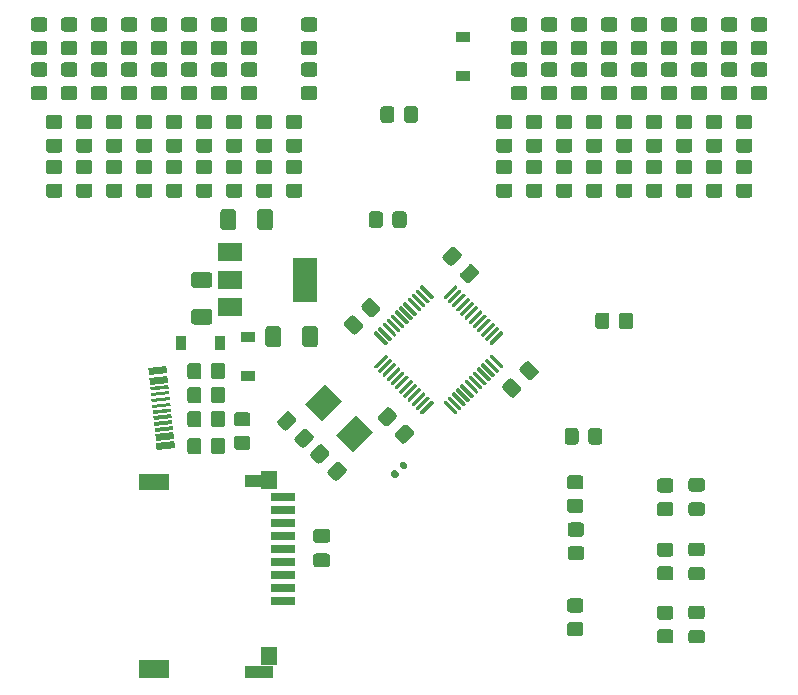
<source format=gtp>
%TF.GenerationSoftware,KiCad,Pcbnew,5.1.12-84ad8e8a86~92~ubuntu20.04.1*%
%TF.CreationDate,2022-08-13T14:28:54-05:00*%
%TF.ProjectId,dietSCSI,64696574-5343-4534-992e-6b696361645f,rev?*%
%TF.SameCoordinates,Original*%
%TF.FileFunction,Paste,Top*%
%TF.FilePolarity,Positive*%
%FSLAX46Y46*%
G04 Gerber Fmt 4.6, Leading zero omitted, Abs format (unit mm)*
G04 Created by KiCad (PCBNEW 5.1.12-84ad8e8a86~92~ubuntu20.04.1) date 2022-08-13 14:28:54*
%MOMM*%
%LPD*%
G01*
G04 APERTURE LIST*
%ADD10C,0.150000*%
%ADD11R,1.400000X1.600000*%
%ADD12R,2.000000X0.700000*%
%ADD13R,2.400000X1.100000*%
%ADD14R,2.570000X1.630000*%
%ADD15R,2.570000X1.360000*%
%ADD16R,2.000000X1.500000*%
%ADD17R,2.000000X3.800000*%
%ADD18R,1.200000X0.900000*%
%ADD19R,0.900000X1.200000*%
G04 APERTURE END LIST*
%TO.C,R88*%
G36*
G01*
X137816120Y-71551009D02*
X137554491Y-71289380D01*
G75*
G02*
X137554491Y-71098462I95459J95459D01*
G01*
X137745410Y-70907543D01*
G75*
G02*
X137936328Y-70907543I95459J-95459D01*
G01*
X138197957Y-71169172D01*
G75*
G02*
X138197957Y-71360090I-95459J-95459D01*
G01*
X138007038Y-71551009D01*
G75*
G02*
X137816120Y-71551009I-95459J95459D01*
G01*
G37*
G36*
G01*
X137094872Y-72272257D02*
X136833243Y-72010628D01*
G75*
G02*
X136833243Y-71819710I95459J95459D01*
G01*
X137024162Y-71628791D01*
G75*
G02*
X137215080Y-71628791I95459J-95459D01*
G01*
X137476709Y-71890420D01*
G75*
G02*
X137476709Y-72081338I-95459J-95459D01*
G01*
X137285790Y-72272257D01*
G75*
G02*
X137094872Y-72272257I-95459J95459D01*
G01*
G37*
%TD*%
D10*
%TO.C,J2*%
G36*
X116919178Y-69362598D02*
G01*
X118460687Y-69200579D01*
X118492046Y-69498936D01*
X116950537Y-69660955D01*
X116919178Y-69362598D01*
G37*
G36*
X116835555Y-68566980D02*
G01*
X118377064Y-68404961D01*
X118408423Y-68703318D01*
X116866914Y-68865337D01*
X116835555Y-68566980D01*
G37*
G36*
X116783291Y-68069719D02*
G01*
X118324800Y-67907700D01*
X118356159Y-68206057D01*
X116814650Y-68368076D01*
X116783291Y-68069719D01*
G37*
G36*
X116731026Y-67572458D02*
G01*
X118272535Y-67410439D01*
X118303894Y-67708796D01*
X116762385Y-67870815D01*
X116731026Y-67572458D01*
G37*
G36*
X116678762Y-67075197D02*
G01*
X118220271Y-66913178D01*
X118251630Y-67211535D01*
X116710121Y-67373554D01*
X116678762Y-67075197D01*
G37*
G36*
X116626498Y-66577936D02*
G01*
X118168007Y-66415917D01*
X118199366Y-66714274D01*
X116657857Y-66876293D01*
X116626498Y-66577936D01*
G37*
G36*
X116574234Y-66080675D02*
G01*
X118115743Y-65918656D01*
X118147102Y-66217013D01*
X116605593Y-66379032D01*
X116574234Y-66080675D01*
G37*
G36*
X116521969Y-65583414D02*
G01*
X118063478Y-65421395D01*
X118094837Y-65719752D01*
X116553328Y-65881771D01*
X116521969Y-65583414D01*
G37*
G36*
X116469705Y-65086153D02*
G01*
X118011214Y-64924134D01*
X118042573Y-65222491D01*
X116501064Y-65384510D01*
X116469705Y-65086153D01*
G37*
G36*
X116417441Y-64588893D02*
G01*
X117958950Y-64426874D01*
X117990309Y-64725231D01*
X116448800Y-64887250D01*
X116417441Y-64588893D01*
G37*
G36*
X116333818Y-63793275D02*
G01*
X117875327Y-63631256D01*
X117906686Y-63929613D01*
X116365177Y-64091632D01*
X116333818Y-63793275D01*
G37*
G36*
X116250195Y-62997657D02*
G01*
X117791704Y-62835638D01*
X117823063Y-63133995D01*
X116281554Y-63296014D01*
X116250195Y-62997657D01*
G37*
G36*
X116281554Y-63296014D02*
G01*
X117823063Y-63133995D01*
X117854422Y-63432352D01*
X116312913Y-63594371D01*
X116281554Y-63296014D01*
G37*
G36*
X116365177Y-64091632D02*
G01*
X117906686Y-63929613D01*
X117938045Y-64227970D01*
X116396536Y-64389989D01*
X116365177Y-64091632D01*
G37*
G36*
X116866913Y-68865337D02*
G01*
X118408422Y-68703318D01*
X118439781Y-69001675D01*
X116898272Y-69163694D01*
X116866913Y-68865337D01*
G37*
G36*
X116950536Y-69660954D02*
G01*
X118492045Y-69498935D01*
X118523404Y-69797292D01*
X116981895Y-69959311D01*
X116950536Y-69660954D01*
G37*
%TD*%
D11*
%TO.C,J13*%
X126492000Y-87339000D03*
X126492000Y-72489000D03*
D12*
X127642000Y-73939000D03*
X127642000Y-75039000D03*
X127642000Y-76139000D03*
X127642000Y-77239000D03*
X127642000Y-78339000D03*
X127642000Y-79439000D03*
X127642000Y-80539000D03*
X127642000Y-81639000D03*
X127642000Y-82739000D03*
D13*
X125633320Y-72549680D03*
X125633320Y-88699680D03*
D14*
X116707920Y-88452960D03*
D15*
X116707920Y-72659240D03*
%TD*%
%TO.C,C1*%
G36*
G01*
X135020073Y-58628178D02*
X134348322Y-57956427D01*
G75*
G02*
X134348322Y-57602873I176777J176777D01*
G01*
X134825619Y-57125576D01*
G75*
G02*
X135179173Y-57125576I176777J-176777D01*
G01*
X135850924Y-57797327D01*
G75*
G02*
X135850924Y-58150881I-176777J-176777D01*
G01*
X135373627Y-58628178D01*
G75*
G02*
X135020073Y-58628178I-176777J176777D01*
G01*
G37*
G36*
G01*
X133552827Y-60095424D02*
X132881076Y-59423673D01*
G75*
G02*
X132881076Y-59070119I176777J176777D01*
G01*
X133358373Y-58592822D01*
G75*
G02*
X133711927Y-58592822I176777J-176777D01*
G01*
X134383678Y-59264573D01*
G75*
G02*
X134383678Y-59618127I-176777J-176777D01*
G01*
X133906381Y-60095424D01*
G75*
G02*
X133552827Y-60095424I-176777J176777D01*
G01*
G37*
%TD*%
%TO.C,R87*%
G36*
G01*
X121558000Y-70046001D02*
X121558000Y-69145999D01*
G75*
G02*
X121807999Y-68896000I249999J0D01*
G01*
X122508001Y-68896000D01*
G75*
G02*
X122758000Y-69145999I0J-249999D01*
G01*
X122758000Y-70046001D01*
G75*
G02*
X122508001Y-70296000I-249999J0D01*
G01*
X121807999Y-70296000D01*
G75*
G02*
X121558000Y-70046001I0J249999D01*
G01*
G37*
G36*
G01*
X119558000Y-70046001D02*
X119558000Y-69145999D01*
G75*
G02*
X119807999Y-68896000I249999J0D01*
G01*
X120508001Y-68896000D01*
G75*
G02*
X120758000Y-69145999I0J-249999D01*
G01*
X120758000Y-70046001D01*
G75*
G02*
X120508001Y-70296000I-249999J0D01*
G01*
X119807999Y-70296000D01*
G75*
G02*
X119558000Y-70046001I0J249999D01*
G01*
G37*
%TD*%
%TO.C,R86*%
G36*
G01*
X121558000Y-63696001D02*
X121558000Y-62795999D01*
G75*
G02*
X121807999Y-62546000I249999J0D01*
G01*
X122508001Y-62546000D01*
G75*
G02*
X122758000Y-62795999I0J-249999D01*
G01*
X122758000Y-63696001D01*
G75*
G02*
X122508001Y-63946000I-249999J0D01*
G01*
X121807999Y-63946000D01*
G75*
G02*
X121558000Y-63696001I0J249999D01*
G01*
G37*
G36*
G01*
X119558000Y-63696001D02*
X119558000Y-62795999D01*
G75*
G02*
X119807999Y-62546000I249999J0D01*
G01*
X120508001Y-62546000D01*
G75*
G02*
X120758000Y-62795999I0J-249999D01*
G01*
X120758000Y-63696001D01*
G75*
G02*
X120508001Y-63946000I-249999J0D01*
G01*
X119807999Y-63946000D01*
G75*
G02*
X119558000Y-63696001I0J249999D01*
G01*
G37*
%TD*%
D10*
%TO.C,X1*%
G36*
X132175365Y-68657921D02*
G01*
X133872421Y-66960865D01*
X135286635Y-68375079D01*
X133589579Y-70072135D01*
X132175365Y-68657921D01*
G37*
G36*
X129559069Y-66041625D02*
G01*
X131256125Y-64344569D01*
X132670339Y-65758783D01*
X130973283Y-67455839D01*
X129559069Y-66041625D01*
G37*
%TD*%
%TO.C,R85*%
G36*
G01*
X108730201Y-42754600D02*
X107830199Y-42754600D01*
G75*
G02*
X107580200Y-42504601I0J249999D01*
G01*
X107580200Y-41804599D01*
G75*
G02*
X107830199Y-41554600I249999J0D01*
G01*
X108730201Y-41554600D01*
G75*
G02*
X108980200Y-41804599I0J-249999D01*
G01*
X108980200Y-42504601D01*
G75*
G02*
X108730201Y-42754600I-249999J0D01*
G01*
G37*
G36*
G01*
X108730201Y-44754600D02*
X107830199Y-44754600D01*
G75*
G02*
X107580200Y-44504601I0J249999D01*
G01*
X107580200Y-43804599D01*
G75*
G02*
X107830199Y-43554600I249999J0D01*
G01*
X108730201Y-43554600D01*
G75*
G02*
X108980200Y-43804599I0J-249999D01*
G01*
X108980200Y-44504601D01*
G75*
G02*
X108730201Y-44754600I-249999J0D01*
G01*
G37*
%TD*%
%TO.C,R84*%
G36*
G01*
X111270201Y-42754600D02*
X110370199Y-42754600D01*
G75*
G02*
X110120200Y-42504601I0J249999D01*
G01*
X110120200Y-41804599D01*
G75*
G02*
X110370199Y-41554600I249999J0D01*
G01*
X111270201Y-41554600D01*
G75*
G02*
X111520200Y-41804599I0J-249999D01*
G01*
X111520200Y-42504601D01*
G75*
G02*
X111270201Y-42754600I-249999J0D01*
G01*
G37*
G36*
G01*
X111270201Y-44754600D02*
X110370199Y-44754600D01*
G75*
G02*
X110120200Y-44504601I0J249999D01*
G01*
X110120200Y-43804599D01*
G75*
G02*
X110370199Y-43554600I249999J0D01*
G01*
X111270201Y-43554600D01*
G75*
G02*
X111520200Y-43804599I0J-249999D01*
G01*
X111520200Y-44504601D01*
G75*
G02*
X111270201Y-44754600I-249999J0D01*
G01*
G37*
%TD*%
%TO.C,R83*%
G36*
G01*
X113810201Y-42754600D02*
X112910199Y-42754600D01*
G75*
G02*
X112660200Y-42504601I0J249999D01*
G01*
X112660200Y-41804599D01*
G75*
G02*
X112910199Y-41554600I249999J0D01*
G01*
X113810201Y-41554600D01*
G75*
G02*
X114060200Y-41804599I0J-249999D01*
G01*
X114060200Y-42504601D01*
G75*
G02*
X113810201Y-42754600I-249999J0D01*
G01*
G37*
G36*
G01*
X113810201Y-44754600D02*
X112910199Y-44754600D01*
G75*
G02*
X112660200Y-44504601I0J249999D01*
G01*
X112660200Y-43804599D01*
G75*
G02*
X112910199Y-43554600I249999J0D01*
G01*
X113810201Y-43554600D01*
G75*
G02*
X114060200Y-43804599I0J-249999D01*
G01*
X114060200Y-44504601D01*
G75*
G02*
X113810201Y-44754600I-249999J0D01*
G01*
G37*
%TD*%
%TO.C,R82*%
G36*
G01*
X116350201Y-42754600D02*
X115450199Y-42754600D01*
G75*
G02*
X115200200Y-42504601I0J249999D01*
G01*
X115200200Y-41804599D01*
G75*
G02*
X115450199Y-41554600I249999J0D01*
G01*
X116350201Y-41554600D01*
G75*
G02*
X116600200Y-41804599I0J-249999D01*
G01*
X116600200Y-42504601D01*
G75*
G02*
X116350201Y-42754600I-249999J0D01*
G01*
G37*
G36*
G01*
X116350201Y-44754600D02*
X115450199Y-44754600D01*
G75*
G02*
X115200200Y-44504601I0J249999D01*
G01*
X115200200Y-43804599D01*
G75*
G02*
X115450199Y-43554600I249999J0D01*
G01*
X116350201Y-43554600D01*
G75*
G02*
X116600200Y-43804599I0J-249999D01*
G01*
X116600200Y-44504601D01*
G75*
G02*
X116350201Y-44754600I-249999J0D01*
G01*
G37*
%TD*%
%TO.C,R81*%
G36*
G01*
X118890201Y-42754600D02*
X117990199Y-42754600D01*
G75*
G02*
X117740200Y-42504601I0J249999D01*
G01*
X117740200Y-41804599D01*
G75*
G02*
X117990199Y-41554600I249999J0D01*
G01*
X118890201Y-41554600D01*
G75*
G02*
X119140200Y-41804599I0J-249999D01*
G01*
X119140200Y-42504601D01*
G75*
G02*
X118890201Y-42754600I-249999J0D01*
G01*
G37*
G36*
G01*
X118890201Y-44754600D02*
X117990199Y-44754600D01*
G75*
G02*
X117740200Y-44504601I0J249999D01*
G01*
X117740200Y-43804599D01*
G75*
G02*
X117990199Y-43554600I249999J0D01*
G01*
X118890201Y-43554600D01*
G75*
G02*
X119140200Y-43804599I0J-249999D01*
G01*
X119140200Y-44504601D01*
G75*
G02*
X118890201Y-44754600I-249999J0D01*
G01*
G37*
%TD*%
%TO.C,R80*%
G36*
G01*
X121430201Y-42754600D02*
X120530199Y-42754600D01*
G75*
G02*
X120280200Y-42504601I0J249999D01*
G01*
X120280200Y-41804599D01*
G75*
G02*
X120530199Y-41554600I249999J0D01*
G01*
X121430201Y-41554600D01*
G75*
G02*
X121680200Y-41804599I0J-249999D01*
G01*
X121680200Y-42504601D01*
G75*
G02*
X121430201Y-42754600I-249999J0D01*
G01*
G37*
G36*
G01*
X121430201Y-44754600D02*
X120530199Y-44754600D01*
G75*
G02*
X120280200Y-44504601I0J249999D01*
G01*
X120280200Y-43804599D01*
G75*
G02*
X120530199Y-43554600I249999J0D01*
G01*
X121430201Y-43554600D01*
G75*
G02*
X121680200Y-43804599I0J-249999D01*
G01*
X121680200Y-44504601D01*
G75*
G02*
X121430201Y-44754600I-249999J0D01*
G01*
G37*
%TD*%
%TO.C,R79*%
G36*
G01*
X123970201Y-42754600D02*
X123070199Y-42754600D01*
G75*
G02*
X122820200Y-42504601I0J249999D01*
G01*
X122820200Y-41804599D01*
G75*
G02*
X123070199Y-41554600I249999J0D01*
G01*
X123970201Y-41554600D01*
G75*
G02*
X124220200Y-41804599I0J-249999D01*
G01*
X124220200Y-42504601D01*
G75*
G02*
X123970201Y-42754600I-249999J0D01*
G01*
G37*
G36*
G01*
X123970201Y-44754600D02*
X123070199Y-44754600D01*
G75*
G02*
X122820200Y-44504601I0J249999D01*
G01*
X122820200Y-43804599D01*
G75*
G02*
X123070199Y-43554600I249999J0D01*
G01*
X123970201Y-43554600D01*
G75*
G02*
X124220200Y-43804599I0J-249999D01*
G01*
X124220200Y-44504601D01*
G75*
G02*
X123970201Y-44754600I-249999J0D01*
G01*
G37*
%TD*%
%TO.C,R78*%
G36*
G01*
X126510201Y-42754600D02*
X125610199Y-42754600D01*
G75*
G02*
X125360200Y-42504601I0J249999D01*
G01*
X125360200Y-41804599D01*
G75*
G02*
X125610199Y-41554600I249999J0D01*
G01*
X126510201Y-41554600D01*
G75*
G02*
X126760200Y-41804599I0J-249999D01*
G01*
X126760200Y-42504601D01*
G75*
G02*
X126510201Y-42754600I-249999J0D01*
G01*
G37*
G36*
G01*
X126510201Y-44754600D02*
X125610199Y-44754600D01*
G75*
G02*
X125360200Y-44504601I0J249999D01*
G01*
X125360200Y-43804599D01*
G75*
G02*
X125610199Y-43554600I249999J0D01*
G01*
X126510201Y-43554600D01*
G75*
G02*
X126760200Y-43804599I0J-249999D01*
G01*
X126760200Y-44504601D01*
G75*
G02*
X126510201Y-44754600I-249999J0D01*
G01*
G37*
%TD*%
%TO.C,R77*%
G36*
G01*
X129050201Y-42754600D02*
X128150199Y-42754600D01*
G75*
G02*
X127900200Y-42504601I0J249999D01*
G01*
X127900200Y-41804599D01*
G75*
G02*
X128150199Y-41554600I249999J0D01*
G01*
X129050201Y-41554600D01*
G75*
G02*
X129300200Y-41804599I0J-249999D01*
G01*
X129300200Y-42504601D01*
G75*
G02*
X129050201Y-42754600I-249999J0D01*
G01*
G37*
G36*
G01*
X129050201Y-44754600D02*
X128150199Y-44754600D01*
G75*
G02*
X127900200Y-44504601I0J249999D01*
G01*
X127900200Y-43804599D01*
G75*
G02*
X128150199Y-43554600I249999J0D01*
G01*
X129050201Y-43554600D01*
G75*
G02*
X129300200Y-43804599I0J-249999D01*
G01*
X129300200Y-44504601D01*
G75*
G02*
X129050201Y-44754600I-249999J0D01*
G01*
G37*
%TD*%
%TO.C,R76*%
G36*
G01*
X146830201Y-42754600D02*
X145930199Y-42754600D01*
G75*
G02*
X145680200Y-42504601I0J249999D01*
G01*
X145680200Y-41804599D01*
G75*
G02*
X145930199Y-41554600I249999J0D01*
G01*
X146830201Y-41554600D01*
G75*
G02*
X147080200Y-41804599I0J-249999D01*
G01*
X147080200Y-42504601D01*
G75*
G02*
X146830201Y-42754600I-249999J0D01*
G01*
G37*
G36*
G01*
X146830201Y-44754600D02*
X145930199Y-44754600D01*
G75*
G02*
X145680200Y-44504601I0J249999D01*
G01*
X145680200Y-43804599D01*
G75*
G02*
X145930199Y-43554600I249999J0D01*
G01*
X146830201Y-43554600D01*
G75*
G02*
X147080200Y-43804599I0J-249999D01*
G01*
X147080200Y-44504601D01*
G75*
G02*
X146830201Y-44754600I-249999J0D01*
G01*
G37*
%TD*%
%TO.C,R75*%
G36*
G01*
X149370201Y-42754600D02*
X148470199Y-42754600D01*
G75*
G02*
X148220200Y-42504601I0J249999D01*
G01*
X148220200Y-41804599D01*
G75*
G02*
X148470199Y-41554600I249999J0D01*
G01*
X149370201Y-41554600D01*
G75*
G02*
X149620200Y-41804599I0J-249999D01*
G01*
X149620200Y-42504601D01*
G75*
G02*
X149370201Y-42754600I-249999J0D01*
G01*
G37*
G36*
G01*
X149370201Y-44754600D02*
X148470199Y-44754600D01*
G75*
G02*
X148220200Y-44504601I0J249999D01*
G01*
X148220200Y-43804599D01*
G75*
G02*
X148470199Y-43554600I249999J0D01*
G01*
X149370201Y-43554600D01*
G75*
G02*
X149620200Y-43804599I0J-249999D01*
G01*
X149620200Y-44504601D01*
G75*
G02*
X149370201Y-44754600I-249999J0D01*
G01*
G37*
%TD*%
%TO.C,R74*%
G36*
G01*
X151910201Y-42754600D02*
X151010199Y-42754600D01*
G75*
G02*
X150760200Y-42504601I0J249999D01*
G01*
X150760200Y-41804599D01*
G75*
G02*
X151010199Y-41554600I249999J0D01*
G01*
X151910201Y-41554600D01*
G75*
G02*
X152160200Y-41804599I0J-249999D01*
G01*
X152160200Y-42504601D01*
G75*
G02*
X151910201Y-42754600I-249999J0D01*
G01*
G37*
G36*
G01*
X151910201Y-44754600D02*
X151010199Y-44754600D01*
G75*
G02*
X150760200Y-44504601I0J249999D01*
G01*
X150760200Y-43804599D01*
G75*
G02*
X151010199Y-43554600I249999J0D01*
G01*
X151910201Y-43554600D01*
G75*
G02*
X152160200Y-43804599I0J-249999D01*
G01*
X152160200Y-44504601D01*
G75*
G02*
X151910201Y-44754600I-249999J0D01*
G01*
G37*
%TD*%
%TO.C,R73*%
G36*
G01*
X154450201Y-42754600D02*
X153550199Y-42754600D01*
G75*
G02*
X153300200Y-42504601I0J249999D01*
G01*
X153300200Y-41804599D01*
G75*
G02*
X153550199Y-41554600I249999J0D01*
G01*
X154450201Y-41554600D01*
G75*
G02*
X154700200Y-41804599I0J-249999D01*
G01*
X154700200Y-42504601D01*
G75*
G02*
X154450201Y-42754600I-249999J0D01*
G01*
G37*
G36*
G01*
X154450201Y-44754600D02*
X153550199Y-44754600D01*
G75*
G02*
X153300200Y-44504601I0J249999D01*
G01*
X153300200Y-43804599D01*
G75*
G02*
X153550199Y-43554600I249999J0D01*
G01*
X154450201Y-43554600D01*
G75*
G02*
X154700200Y-43804599I0J-249999D01*
G01*
X154700200Y-44504601D01*
G75*
G02*
X154450201Y-44754600I-249999J0D01*
G01*
G37*
%TD*%
%TO.C,R72*%
G36*
G01*
X156990201Y-42754600D02*
X156090199Y-42754600D01*
G75*
G02*
X155840200Y-42504601I0J249999D01*
G01*
X155840200Y-41804599D01*
G75*
G02*
X156090199Y-41554600I249999J0D01*
G01*
X156990201Y-41554600D01*
G75*
G02*
X157240200Y-41804599I0J-249999D01*
G01*
X157240200Y-42504601D01*
G75*
G02*
X156990201Y-42754600I-249999J0D01*
G01*
G37*
G36*
G01*
X156990201Y-44754600D02*
X156090199Y-44754600D01*
G75*
G02*
X155840200Y-44504601I0J249999D01*
G01*
X155840200Y-43804599D01*
G75*
G02*
X156090199Y-43554600I249999J0D01*
G01*
X156990201Y-43554600D01*
G75*
G02*
X157240200Y-43804599I0J-249999D01*
G01*
X157240200Y-44504601D01*
G75*
G02*
X156990201Y-44754600I-249999J0D01*
G01*
G37*
%TD*%
%TO.C,R71*%
G36*
G01*
X159530201Y-42754600D02*
X158630199Y-42754600D01*
G75*
G02*
X158380200Y-42504601I0J249999D01*
G01*
X158380200Y-41804599D01*
G75*
G02*
X158630199Y-41554600I249999J0D01*
G01*
X159530201Y-41554600D01*
G75*
G02*
X159780200Y-41804599I0J-249999D01*
G01*
X159780200Y-42504601D01*
G75*
G02*
X159530201Y-42754600I-249999J0D01*
G01*
G37*
G36*
G01*
X159530201Y-44754600D02*
X158630199Y-44754600D01*
G75*
G02*
X158380200Y-44504601I0J249999D01*
G01*
X158380200Y-43804599D01*
G75*
G02*
X158630199Y-43554600I249999J0D01*
G01*
X159530201Y-43554600D01*
G75*
G02*
X159780200Y-43804599I0J-249999D01*
G01*
X159780200Y-44504601D01*
G75*
G02*
X159530201Y-44754600I-249999J0D01*
G01*
G37*
%TD*%
%TO.C,R70*%
G36*
G01*
X162070201Y-42754600D02*
X161170199Y-42754600D01*
G75*
G02*
X160920200Y-42504601I0J249999D01*
G01*
X160920200Y-41804599D01*
G75*
G02*
X161170199Y-41554600I249999J0D01*
G01*
X162070201Y-41554600D01*
G75*
G02*
X162320200Y-41804599I0J-249999D01*
G01*
X162320200Y-42504601D01*
G75*
G02*
X162070201Y-42754600I-249999J0D01*
G01*
G37*
G36*
G01*
X162070201Y-44754600D02*
X161170199Y-44754600D01*
G75*
G02*
X160920200Y-44504601I0J249999D01*
G01*
X160920200Y-43804599D01*
G75*
G02*
X161170199Y-43554600I249999J0D01*
G01*
X162070201Y-43554600D01*
G75*
G02*
X162320200Y-43804599I0J-249999D01*
G01*
X162320200Y-44504601D01*
G75*
G02*
X162070201Y-44754600I-249999J0D01*
G01*
G37*
%TD*%
%TO.C,R69*%
G36*
G01*
X164610201Y-42754600D02*
X163710199Y-42754600D01*
G75*
G02*
X163460200Y-42504601I0J249999D01*
G01*
X163460200Y-41804599D01*
G75*
G02*
X163710199Y-41554600I249999J0D01*
G01*
X164610201Y-41554600D01*
G75*
G02*
X164860200Y-41804599I0J-249999D01*
G01*
X164860200Y-42504601D01*
G75*
G02*
X164610201Y-42754600I-249999J0D01*
G01*
G37*
G36*
G01*
X164610201Y-44754600D02*
X163710199Y-44754600D01*
G75*
G02*
X163460200Y-44504601I0J249999D01*
G01*
X163460200Y-43804599D01*
G75*
G02*
X163710199Y-43554600I249999J0D01*
G01*
X164610201Y-43554600D01*
G75*
G02*
X164860200Y-43804599I0J-249999D01*
G01*
X164860200Y-44504601D01*
G75*
G02*
X164610201Y-44754600I-249999J0D01*
G01*
G37*
%TD*%
%TO.C,R68*%
G36*
G01*
X167150201Y-42754600D02*
X166250199Y-42754600D01*
G75*
G02*
X166000200Y-42504601I0J249999D01*
G01*
X166000200Y-41804599D01*
G75*
G02*
X166250199Y-41554600I249999J0D01*
G01*
X167150201Y-41554600D01*
G75*
G02*
X167400200Y-41804599I0J-249999D01*
G01*
X167400200Y-42504601D01*
G75*
G02*
X167150201Y-42754600I-249999J0D01*
G01*
G37*
G36*
G01*
X167150201Y-44754600D02*
X166250199Y-44754600D01*
G75*
G02*
X166000200Y-44504601I0J249999D01*
G01*
X166000200Y-43804599D01*
G75*
G02*
X166250199Y-43554600I249999J0D01*
G01*
X167150201Y-43554600D01*
G75*
G02*
X167400200Y-43804599I0J-249999D01*
G01*
X167400200Y-44504601D01*
G75*
G02*
X167150201Y-44754600I-249999J0D01*
G01*
G37*
%TD*%
%TO.C,R47*%
G36*
G01*
X107460201Y-34499600D02*
X106560199Y-34499600D01*
G75*
G02*
X106310200Y-34249601I0J249999D01*
G01*
X106310200Y-33549599D01*
G75*
G02*
X106560199Y-33299600I249999J0D01*
G01*
X107460201Y-33299600D01*
G75*
G02*
X107710200Y-33549599I0J-249999D01*
G01*
X107710200Y-34249601D01*
G75*
G02*
X107460201Y-34499600I-249999J0D01*
G01*
G37*
G36*
G01*
X107460201Y-36499600D02*
X106560199Y-36499600D01*
G75*
G02*
X106310200Y-36249601I0J249999D01*
G01*
X106310200Y-35549599D01*
G75*
G02*
X106560199Y-35299600I249999J0D01*
G01*
X107460201Y-35299600D01*
G75*
G02*
X107710200Y-35549599I0J-249999D01*
G01*
X107710200Y-36249601D01*
G75*
G02*
X107460201Y-36499600I-249999J0D01*
G01*
G37*
%TD*%
%TO.C,R46*%
G36*
G01*
X110000201Y-34499600D02*
X109100199Y-34499600D01*
G75*
G02*
X108850200Y-34249601I0J249999D01*
G01*
X108850200Y-33549599D01*
G75*
G02*
X109100199Y-33299600I249999J0D01*
G01*
X110000201Y-33299600D01*
G75*
G02*
X110250200Y-33549599I0J-249999D01*
G01*
X110250200Y-34249601D01*
G75*
G02*
X110000201Y-34499600I-249999J0D01*
G01*
G37*
G36*
G01*
X110000201Y-36499600D02*
X109100199Y-36499600D01*
G75*
G02*
X108850200Y-36249601I0J249999D01*
G01*
X108850200Y-35549599D01*
G75*
G02*
X109100199Y-35299600I249999J0D01*
G01*
X110000201Y-35299600D01*
G75*
G02*
X110250200Y-35549599I0J-249999D01*
G01*
X110250200Y-36249601D01*
G75*
G02*
X110000201Y-36499600I-249999J0D01*
G01*
G37*
%TD*%
%TO.C,R45*%
G36*
G01*
X112540201Y-34499600D02*
X111640199Y-34499600D01*
G75*
G02*
X111390200Y-34249601I0J249999D01*
G01*
X111390200Y-33549599D01*
G75*
G02*
X111640199Y-33299600I249999J0D01*
G01*
X112540201Y-33299600D01*
G75*
G02*
X112790200Y-33549599I0J-249999D01*
G01*
X112790200Y-34249601D01*
G75*
G02*
X112540201Y-34499600I-249999J0D01*
G01*
G37*
G36*
G01*
X112540201Y-36499600D02*
X111640199Y-36499600D01*
G75*
G02*
X111390200Y-36249601I0J249999D01*
G01*
X111390200Y-35549599D01*
G75*
G02*
X111640199Y-35299600I249999J0D01*
G01*
X112540201Y-35299600D01*
G75*
G02*
X112790200Y-35549599I0J-249999D01*
G01*
X112790200Y-36249601D01*
G75*
G02*
X112540201Y-36499600I-249999J0D01*
G01*
G37*
%TD*%
%TO.C,R44*%
G36*
G01*
X115080201Y-34499600D02*
X114180199Y-34499600D01*
G75*
G02*
X113930200Y-34249601I0J249999D01*
G01*
X113930200Y-33549599D01*
G75*
G02*
X114180199Y-33299600I249999J0D01*
G01*
X115080201Y-33299600D01*
G75*
G02*
X115330200Y-33549599I0J-249999D01*
G01*
X115330200Y-34249601D01*
G75*
G02*
X115080201Y-34499600I-249999J0D01*
G01*
G37*
G36*
G01*
X115080201Y-36499600D02*
X114180199Y-36499600D01*
G75*
G02*
X113930200Y-36249601I0J249999D01*
G01*
X113930200Y-35549599D01*
G75*
G02*
X114180199Y-35299600I249999J0D01*
G01*
X115080201Y-35299600D01*
G75*
G02*
X115330200Y-35549599I0J-249999D01*
G01*
X115330200Y-36249601D01*
G75*
G02*
X115080201Y-36499600I-249999J0D01*
G01*
G37*
%TD*%
%TO.C,R43*%
G36*
G01*
X117620201Y-34499600D02*
X116720199Y-34499600D01*
G75*
G02*
X116470200Y-34249601I0J249999D01*
G01*
X116470200Y-33549599D01*
G75*
G02*
X116720199Y-33299600I249999J0D01*
G01*
X117620201Y-33299600D01*
G75*
G02*
X117870200Y-33549599I0J-249999D01*
G01*
X117870200Y-34249601D01*
G75*
G02*
X117620201Y-34499600I-249999J0D01*
G01*
G37*
G36*
G01*
X117620201Y-36499600D02*
X116720199Y-36499600D01*
G75*
G02*
X116470200Y-36249601I0J249999D01*
G01*
X116470200Y-35549599D01*
G75*
G02*
X116720199Y-35299600I249999J0D01*
G01*
X117620201Y-35299600D01*
G75*
G02*
X117870200Y-35549599I0J-249999D01*
G01*
X117870200Y-36249601D01*
G75*
G02*
X117620201Y-36499600I-249999J0D01*
G01*
G37*
%TD*%
%TO.C,R42*%
G36*
G01*
X120160201Y-34499600D02*
X119260199Y-34499600D01*
G75*
G02*
X119010200Y-34249601I0J249999D01*
G01*
X119010200Y-33549599D01*
G75*
G02*
X119260199Y-33299600I249999J0D01*
G01*
X120160201Y-33299600D01*
G75*
G02*
X120410200Y-33549599I0J-249999D01*
G01*
X120410200Y-34249601D01*
G75*
G02*
X120160201Y-34499600I-249999J0D01*
G01*
G37*
G36*
G01*
X120160201Y-36499600D02*
X119260199Y-36499600D01*
G75*
G02*
X119010200Y-36249601I0J249999D01*
G01*
X119010200Y-35549599D01*
G75*
G02*
X119260199Y-35299600I249999J0D01*
G01*
X120160201Y-35299600D01*
G75*
G02*
X120410200Y-35549599I0J-249999D01*
G01*
X120410200Y-36249601D01*
G75*
G02*
X120160201Y-36499600I-249999J0D01*
G01*
G37*
%TD*%
%TO.C,R41*%
G36*
G01*
X122700201Y-34499600D02*
X121800199Y-34499600D01*
G75*
G02*
X121550200Y-34249601I0J249999D01*
G01*
X121550200Y-33549599D01*
G75*
G02*
X121800199Y-33299600I249999J0D01*
G01*
X122700201Y-33299600D01*
G75*
G02*
X122950200Y-33549599I0J-249999D01*
G01*
X122950200Y-34249601D01*
G75*
G02*
X122700201Y-34499600I-249999J0D01*
G01*
G37*
G36*
G01*
X122700201Y-36499600D02*
X121800199Y-36499600D01*
G75*
G02*
X121550200Y-36249601I0J249999D01*
G01*
X121550200Y-35549599D01*
G75*
G02*
X121800199Y-35299600I249999J0D01*
G01*
X122700201Y-35299600D01*
G75*
G02*
X122950200Y-35549599I0J-249999D01*
G01*
X122950200Y-36249601D01*
G75*
G02*
X122700201Y-36499600I-249999J0D01*
G01*
G37*
%TD*%
%TO.C,R40*%
G36*
G01*
X125240201Y-34499600D02*
X124340199Y-34499600D01*
G75*
G02*
X124090200Y-34249601I0J249999D01*
G01*
X124090200Y-33549599D01*
G75*
G02*
X124340199Y-33299600I249999J0D01*
G01*
X125240201Y-33299600D01*
G75*
G02*
X125490200Y-33549599I0J-249999D01*
G01*
X125490200Y-34249601D01*
G75*
G02*
X125240201Y-34499600I-249999J0D01*
G01*
G37*
G36*
G01*
X125240201Y-36499600D02*
X124340199Y-36499600D01*
G75*
G02*
X124090200Y-36249601I0J249999D01*
G01*
X124090200Y-35549599D01*
G75*
G02*
X124340199Y-35299600I249999J0D01*
G01*
X125240201Y-35299600D01*
G75*
G02*
X125490200Y-35549599I0J-249999D01*
G01*
X125490200Y-36249601D01*
G75*
G02*
X125240201Y-36499600I-249999J0D01*
G01*
G37*
%TD*%
%TO.C,R39*%
G36*
G01*
X130320201Y-34499600D02*
X129420199Y-34499600D01*
G75*
G02*
X129170200Y-34249601I0J249999D01*
G01*
X129170200Y-33549599D01*
G75*
G02*
X129420199Y-33299600I249999J0D01*
G01*
X130320201Y-33299600D01*
G75*
G02*
X130570200Y-33549599I0J-249999D01*
G01*
X130570200Y-34249601D01*
G75*
G02*
X130320201Y-34499600I-249999J0D01*
G01*
G37*
G36*
G01*
X130320201Y-36499600D02*
X129420199Y-36499600D01*
G75*
G02*
X129170200Y-36249601I0J249999D01*
G01*
X129170200Y-35549599D01*
G75*
G02*
X129420199Y-35299600I249999J0D01*
G01*
X130320201Y-35299600D01*
G75*
G02*
X130570200Y-35549599I0J-249999D01*
G01*
X130570200Y-36249601D01*
G75*
G02*
X130320201Y-36499600I-249999J0D01*
G01*
G37*
%TD*%
%TO.C,R38*%
G36*
G01*
X148100201Y-34499600D02*
X147200199Y-34499600D01*
G75*
G02*
X146950200Y-34249601I0J249999D01*
G01*
X146950200Y-33549599D01*
G75*
G02*
X147200199Y-33299600I249999J0D01*
G01*
X148100201Y-33299600D01*
G75*
G02*
X148350200Y-33549599I0J-249999D01*
G01*
X148350200Y-34249601D01*
G75*
G02*
X148100201Y-34499600I-249999J0D01*
G01*
G37*
G36*
G01*
X148100201Y-36499600D02*
X147200199Y-36499600D01*
G75*
G02*
X146950200Y-36249601I0J249999D01*
G01*
X146950200Y-35549599D01*
G75*
G02*
X147200199Y-35299600I249999J0D01*
G01*
X148100201Y-35299600D01*
G75*
G02*
X148350200Y-35549599I0J-249999D01*
G01*
X148350200Y-36249601D01*
G75*
G02*
X148100201Y-36499600I-249999J0D01*
G01*
G37*
%TD*%
%TO.C,R37*%
G36*
G01*
X150640201Y-34499600D02*
X149740199Y-34499600D01*
G75*
G02*
X149490200Y-34249601I0J249999D01*
G01*
X149490200Y-33549599D01*
G75*
G02*
X149740199Y-33299600I249999J0D01*
G01*
X150640201Y-33299600D01*
G75*
G02*
X150890200Y-33549599I0J-249999D01*
G01*
X150890200Y-34249601D01*
G75*
G02*
X150640201Y-34499600I-249999J0D01*
G01*
G37*
G36*
G01*
X150640201Y-36499600D02*
X149740199Y-36499600D01*
G75*
G02*
X149490200Y-36249601I0J249999D01*
G01*
X149490200Y-35549599D01*
G75*
G02*
X149740199Y-35299600I249999J0D01*
G01*
X150640201Y-35299600D01*
G75*
G02*
X150890200Y-35549599I0J-249999D01*
G01*
X150890200Y-36249601D01*
G75*
G02*
X150640201Y-36499600I-249999J0D01*
G01*
G37*
%TD*%
%TO.C,R36*%
G36*
G01*
X153180201Y-34499600D02*
X152280199Y-34499600D01*
G75*
G02*
X152030200Y-34249601I0J249999D01*
G01*
X152030200Y-33549599D01*
G75*
G02*
X152280199Y-33299600I249999J0D01*
G01*
X153180201Y-33299600D01*
G75*
G02*
X153430200Y-33549599I0J-249999D01*
G01*
X153430200Y-34249601D01*
G75*
G02*
X153180201Y-34499600I-249999J0D01*
G01*
G37*
G36*
G01*
X153180201Y-36499600D02*
X152280199Y-36499600D01*
G75*
G02*
X152030200Y-36249601I0J249999D01*
G01*
X152030200Y-35549599D01*
G75*
G02*
X152280199Y-35299600I249999J0D01*
G01*
X153180201Y-35299600D01*
G75*
G02*
X153430200Y-35549599I0J-249999D01*
G01*
X153430200Y-36249601D01*
G75*
G02*
X153180201Y-36499600I-249999J0D01*
G01*
G37*
%TD*%
%TO.C,R35*%
G36*
G01*
X155720201Y-34499600D02*
X154820199Y-34499600D01*
G75*
G02*
X154570200Y-34249601I0J249999D01*
G01*
X154570200Y-33549599D01*
G75*
G02*
X154820199Y-33299600I249999J0D01*
G01*
X155720201Y-33299600D01*
G75*
G02*
X155970200Y-33549599I0J-249999D01*
G01*
X155970200Y-34249601D01*
G75*
G02*
X155720201Y-34499600I-249999J0D01*
G01*
G37*
G36*
G01*
X155720201Y-36499600D02*
X154820199Y-36499600D01*
G75*
G02*
X154570200Y-36249601I0J249999D01*
G01*
X154570200Y-35549599D01*
G75*
G02*
X154820199Y-35299600I249999J0D01*
G01*
X155720201Y-35299600D01*
G75*
G02*
X155970200Y-35549599I0J-249999D01*
G01*
X155970200Y-36249601D01*
G75*
G02*
X155720201Y-36499600I-249999J0D01*
G01*
G37*
%TD*%
%TO.C,R34*%
G36*
G01*
X158260201Y-34499600D02*
X157360199Y-34499600D01*
G75*
G02*
X157110200Y-34249601I0J249999D01*
G01*
X157110200Y-33549599D01*
G75*
G02*
X157360199Y-33299600I249999J0D01*
G01*
X158260201Y-33299600D01*
G75*
G02*
X158510200Y-33549599I0J-249999D01*
G01*
X158510200Y-34249601D01*
G75*
G02*
X158260201Y-34499600I-249999J0D01*
G01*
G37*
G36*
G01*
X158260201Y-36499600D02*
X157360199Y-36499600D01*
G75*
G02*
X157110200Y-36249601I0J249999D01*
G01*
X157110200Y-35549599D01*
G75*
G02*
X157360199Y-35299600I249999J0D01*
G01*
X158260201Y-35299600D01*
G75*
G02*
X158510200Y-35549599I0J-249999D01*
G01*
X158510200Y-36249601D01*
G75*
G02*
X158260201Y-36499600I-249999J0D01*
G01*
G37*
%TD*%
%TO.C,R33*%
G36*
G01*
X160800201Y-34499600D02*
X159900199Y-34499600D01*
G75*
G02*
X159650200Y-34249601I0J249999D01*
G01*
X159650200Y-33549599D01*
G75*
G02*
X159900199Y-33299600I249999J0D01*
G01*
X160800201Y-33299600D01*
G75*
G02*
X161050200Y-33549599I0J-249999D01*
G01*
X161050200Y-34249601D01*
G75*
G02*
X160800201Y-34499600I-249999J0D01*
G01*
G37*
G36*
G01*
X160800201Y-36499600D02*
X159900199Y-36499600D01*
G75*
G02*
X159650200Y-36249601I0J249999D01*
G01*
X159650200Y-35549599D01*
G75*
G02*
X159900199Y-35299600I249999J0D01*
G01*
X160800201Y-35299600D01*
G75*
G02*
X161050200Y-35549599I0J-249999D01*
G01*
X161050200Y-36249601D01*
G75*
G02*
X160800201Y-36499600I-249999J0D01*
G01*
G37*
%TD*%
%TO.C,R32*%
G36*
G01*
X163340201Y-34499600D02*
X162440199Y-34499600D01*
G75*
G02*
X162190200Y-34249601I0J249999D01*
G01*
X162190200Y-33549599D01*
G75*
G02*
X162440199Y-33299600I249999J0D01*
G01*
X163340201Y-33299600D01*
G75*
G02*
X163590200Y-33549599I0J-249999D01*
G01*
X163590200Y-34249601D01*
G75*
G02*
X163340201Y-34499600I-249999J0D01*
G01*
G37*
G36*
G01*
X163340201Y-36499600D02*
X162440199Y-36499600D01*
G75*
G02*
X162190200Y-36249601I0J249999D01*
G01*
X162190200Y-35549599D01*
G75*
G02*
X162440199Y-35299600I249999J0D01*
G01*
X163340201Y-35299600D01*
G75*
G02*
X163590200Y-35549599I0J-249999D01*
G01*
X163590200Y-36249601D01*
G75*
G02*
X163340201Y-36499600I-249999J0D01*
G01*
G37*
%TD*%
%TO.C,R31*%
G36*
G01*
X165880201Y-34499600D02*
X164980199Y-34499600D01*
G75*
G02*
X164730200Y-34249601I0J249999D01*
G01*
X164730200Y-33549599D01*
G75*
G02*
X164980199Y-33299600I249999J0D01*
G01*
X165880201Y-33299600D01*
G75*
G02*
X166130200Y-33549599I0J-249999D01*
G01*
X166130200Y-34249601D01*
G75*
G02*
X165880201Y-34499600I-249999J0D01*
G01*
G37*
G36*
G01*
X165880201Y-36499600D02*
X164980199Y-36499600D01*
G75*
G02*
X164730200Y-36249601I0J249999D01*
G01*
X164730200Y-35549599D01*
G75*
G02*
X164980199Y-35299600I249999J0D01*
G01*
X165880201Y-35299600D01*
G75*
G02*
X166130200Y-35549599I0J-249999D01*
G01*
X166130200Y-36249601D01*
G75*
G02*
X165880201Y-36499600I-249999J0D01*
G01*
G37*
%TD*%
%TO.C,R30*%
G36*
G01*
X168420201Y-34499600D02*
X167520199Y-34499600D01*
G75*
G02*
X167270200Y-34249601I0J249999D01*
G01*
X167270200Y-33549599D01*
G75*
G02*
X167520199Y-33299600I249999J0D01*
G01*
X168420201Y-33299600D01*
G75*
G02*
X168670200Y-33549599I0J-249999D01*
G01*
X168670200Y-34249601D01*
G75*
G02*
X168420201Y-34499600I-249999J0D01*
G01*
G37*
G36*
G01*
X168420201Y-36499600D02*
X167520199Y-36499600D01*
G75*
G02*
X167270200Y-36249601I0J249999D01*
G01*
X167270200Y-35549599D01*
G75*
G02*
X167520199Y-35299600I249999J0D01*
G01*
X168420201Y-35299600D01*
G75*
G02*
X168670200Y-35549599I0J-249999D01*
G01*
X168670200Y-36249601D01*
G75*
G02*
X168420201Y-36499600I-249999J0D01*
G01*
G37*
%TD*%
%TO.C,C7*%
G36*
G01*
X123687000Y-49768997D02*
X123687000Y-51069003D01*
G75*
G02*
X123437003Y-51319000I-249997J0D01*
G01*
X122611997Y-51319000D01*
G75*
G02*
X122362000Y-51069003I0J249997D01*
G01*
X122362000Y-49768997D01*
G75*
G02*
X122611997Y-49519000I249997J0D01*
G01*
X123437003Y-49519000D01*
G75*
G02*
X123687000Y-49768997I0J-249997D01*
G01*
G37*
G36*
G01*
X126812000Y-49768997D02*
X126812000Y-51069003D01*
G75*
G02*
X126562003Y-51319000I-249997J0D01*
G01*
X125736997Y-51319000D01*
G75*
G02*
X125487000Y-51069003I0J249997D01*
G01*
X125487000Y-49768997D01*
G75*
G02*
X125736997Y-49519000I249997J0D01*
G01*
X126562003Y-49519000D01*
G75*
G02*
X126812000Y-49768997I0J-249997D01*
G01*
G37*
%TD*%
%TO.C,C6*%
G36*
G01*
X120126997Y-57986500D02*
X121427003Y-57986500D01*
G75*
G02*
X121677000Y-58236497I0J-249997D01*
G01*
X121677000Y-59061503D01*
G75*
G02*
X121427003Y-59311500I-249997J0D01*
G01*
X120126997Y-59311500D01*
G75*
G02*
X119877000Y-59061503I0J249997D01*
G01*
X119877000Y-58236497D01*
G75*
G02*
X120126997Y-57986500I249997J0D01*
G01*
G37*
G36*
G01*
X120126997Y-54861500D02*
X121427003Y-54861500D01*
G75*
G02*
X121677000Y-55111497I0J-249997D01*
G01*
X121677000Y-55936503D01*
G75*
G02*
X121427003Y-56186500I-249997J0D01*
G01*
X120126997Y-56186500D01*
G75*
G02*
X119877000Y-55936503I0J249997D01*
G01*
X119877000Y-55111497D01*
G75*
G02*
X120126997Y-54861500I249997J0D01*
G01*
G37*
%TD*%
%TO.C,C5*%
G36*
G01*
X126172000Y-60975003D02*
X126172000Y-59674997D01*
G75*
G02*
X126421997Y-59425000I249997J0D01*
G01*
X127247003Y-59425000D01*
G75*
G02*
X127497000Y-59674997I0J-249997D01*
G01*
X127497000Y-60975003D01*
G75*
G02*
X127247003Y-61225000I-249997J0D01*
G01*
X126421997Y-61225000D01*
G75*
G02*
X126172000Y-60975003I0J249997D01*
G01*
G37*
G36*
G01*
X129297000Y-60975003D02*
X129297000Y-59674997D01*
G75*
G02*
X129546997Y-59425000I249997J0D01*
G01*
X130372003Y-59425000D01*
G75*
G02*
X130622000Y-59674997I0J-249997D01*
G01*
X130622000Y-60975003D01*
G75*
G02*
X130372003Y-61225000I-249997J0D01*
G01*
X129546997Y-61225000D01*
G75*
G02*
X129297000Y-60975003I0J249997D01*
G01*
G37*
%TD*%
%TO.C,C4*%
G36*
G01*
X142695199Y-54911450D02*
X143366950Y-54239699D01*
G75*
G02*
X143720504Y-54239699I176777J-176777D01*
G01*
X144197801Y-54716996D01*
G75*
G02*
X144197801Y-55070550I-176777J-176777D01*
G01*
X143526050Y-55742301D01*
G75*
G02*
X143172496Y-55742301I-176777J176777D01*
G01*
X142695199Y-55265004D01*
G75*
G02*
X142695199Y-54911450I176777J176777D01*
G01*
G37*
G36*
G01*
X141227953Y-53444204D02*
X141899704Y-52772453D01*
G75*
G02*
X142253258Y-52772453I176777J-176777D01*
G01*
X142730555Y-53249750D01*
G75*
G02*
X142730555Y-53603304I-176777J-176777D01*
G01*
X142058804Y-54275055D01*
G75*
G02*
X141705250Y-54275055I-176777J176777D01*
G01*
X141227953Y-53797758D01*
G75*
G02*
X141227953Y-53444204I176777J176777D01*
G01*
G37*
%TD*%
%TO.C,C3*%
G36*
G01*
X147110427Y-63926822D02*
X147782178Y-64598573D01*
G75*
G02*
X147782178Y-64952127I-176777J-176777D01*
G01*
X147304881Y-65429424D01*
G75*
G02*
X146951327Y-65429424I-176777J176777D01*
G01*
X146279576Y-64757673D01*
G75*
G02*
X146279576Y-64404119I176777J176777D01*
G01*
X146756873Y-63926822D01*
G75*
G02*
X147110427Y-63926822I176777J-176777D01*
G01*
G37*
G36*
G01*
X148577673Y-62459576D02*
X149249424Y-63131327D01*
G75*
G02*
X149249424Y-63484881I-176777J-176777D01*
G01*
X148772127Y-63962178D01*
G75*
G02*
X148418573Y-63962178I-176777J176777D01*
G01*
X147746822Y-63290427D01*
G75*
G02*
X147746822Y-62936873I176777J176777D01*
G01*
X148224119Y-62459576D01*
G75*
G02*
X148577673Y-62459576I176777J-176777D01*
G01*
G37*
%TD*%
%TO.C,C2*%
G36*
G01*
X138695724Y-68669273D02*
X138023973Y-69341024D01*
G75*
G02*
X137670419Y-69341024I-176777J176777D01*
G01*
X137193122Y-68863727D01*
G75*
G02*
X137193122Y-68510173I176777J176777D01*
G01*
X137864873Y-67838422D01*
G75*
G02*
X138218427Y-67838422I176777J-176777D01*
G01*
X138695724Y-68315719D01*
G75*
G02*
X138695724Y-68669273I-176777J-176777D01*
G01*
G37*
G36*
G01*
X137228478Y-67202027D02*
X136556727Y-67873778D01*
G75*
G02*
X136203173Y-67873778I-176777J176777D01*
G01*
X135725876Y-67396481D01*
G75*
G02*
X135725876Y-67042927I176777J176777D01*
G01*
X136397627Y-66371176D01*
G75*
G02*
X136751181Y-66371176I176777J-176777D01*
G01*
X137228478Y-66848473D01*
G75*
G02*
X137228478Y-67202027I-176777J-176777D01*
G01*
G37*
%TD*%
D16*
%TO.C,U1*%
X123215000Y-53199000D03*
X123215000Y-57799000D03*
X123215000Y-55499000D03*
D17*
X129515000Y-55499000D03*
%TD*%
%TO.C,R67*%
G36*
G01*
X108730201Y-46564600D02*
X107830199Y-46564600D01*
G75*
G02*
X107580200Y-46314601I0J249999D01*
G01*
X107580200Y-45614599D01*
G75*
G02*
X107830199Y-45364600I249999J0D01*
G01*
X108730201Y-45364600D01*
G75*
G02*
X108980200Y-45614599I0J-249999D01*
G01*
X108980200Y-46314601D01*
G75*
G02*
X108730201Y-46564600I-249999J0D01*
G01*
G37*
G36*
G01*
X108730201Y-48564600D02*
X107830199Y-48564600D01*
G75*
G02*
X107580200Y-48314601I0J249999D01*
G01*
X107580200Y-47614599D01*
G75*
G02*
X107830199Y-47364600I249999J0D01*
G01*
X108730201Y-47364600D01*
G75*
G02*
X108980200Y-47614599I0J-249999D01*
G01*
X108980200Y-48314601D01*
G75*
G02*
X108730201Y-48564600I-249999J0D01*
G01*
G37*
%TD*%
%TO.C,R66*%
G36*
G01*
X111270201Y-46564600D02*
X110370199Y-46564600D01*
G75*
G02*
X110120200Y-46314601I0J249999D01*
G01*
X110120200Y-45614599D01*
G75*
G02*
X110370199Y-45364600I249999J0D01*
G01*
X111270201Y-45364600D01*
G75*
G02*
X111520200Y-45614599I0J-249999D01*
G01*
X111520200Y-46314601D01*
G75*
G02*
X111270201Y-46564600I-249999J0D01*
G01*
G37*
G36*
G01*
X111270201Y-48564600D02*
X110370199Y-48564600D01*
G75*
G02*
X110120200Y-48314601I0J249999D01*
G01*
X110120200Y-47614599D01*
G75*
G02*
X110370199Y-47364600I249999J0D01*
G01*
X111270201Y-47364600D01*
G75*
G02*
X111520200Y-47614599I0J-249999D01*
G01*
X111520200Y-48314601D01*
G75*
G02*
X111270201Y-48564600I-249999J0D01*
G01*
G37*
%TD*%
%TO.C,R65*%
G36*
G01*
X113810201Y-46564600D02*
X112910199Y-46564600D01*
G75*
G02*
X112660200Y-46314601I0J249999D01*
G01*
X112660200Y-45614599D01*
G75*
G02*
X112910199Y-45364600I249999J0D01*
G01*
X113810201Y-45364600D01*
G75*
G02*
X114060200Y-45614599I0J-249999D01*
G01*
X114060200Y-46314601D01*
G75*
G02*
X113810201Y-46564600I-249999J0D01*
G01*
G37*
G36*
G01*
X113810201Y-48564600D02*
X112910199Y-48564600D01*
G75*
G02*
X112660200Y-48314601I0J249999D01*
G01*
X112660200Y-47614599D01*
G75*
G02*
X112910199Y-47364600I249999J0D01*
G01*
X113810201Y-47364600D01*
G75*
G02*
X114060200Y-47614599I0J-249999D01*
G01*
X114060200Y-48314601D01*
G75*
G02*
X113810201Y-48564600I-249999J0D01*
G01*
G37*
%TD*%
%TO.C,R64*%
G36*
G01*
X116350201Y-46564600D02*
X115450199Y-46564600D01*
G75*
G02*
X115200200Y-46314601I0J249999D01*
G01*
X115200200Y-45614599D01*
G75*
G02*
X115450199Y-45364600I249999J0D01*
G01*
X116350201Y-45364600D01*
G75*
G02*
X116600200Y-45614599I0J-249999D01*
G01*
X116600200Y-46314601D01*
G75*
G02*
X116350201Y-46564600I-249999J0D01*
G01*
G37*
G36*
G01*
X116350201Y-48564600D02*
X115450199Y-48564600D01*
G75*
G02*
X115200200Y-48314601I0J249999D01*
G01*
X115200200Y-47614599D01*
G75*
G02*
X115450199Y-47364600I249999J0D01*
G01*
X116350201Y-47364600D01*
G75*
G02*
X116600200Y-47614599I0J-249999D01*
G01*
X116600200Y-48314601D01*
G75*
G02*
X116350201Y-48564600I-249999J0D01*
G01*
G37*
%TD*%
%TO.C,R63*%
G36*
G01*
X118890201Y-46564600D02*
X117990199Y-46564600D01*
G75*
G02*
X117740200Y-46314601I0J249999D01*
G01*
X117740200Y-45614599D01*
G75*
G02*
X117990199Y-45364600I249999J0D01*
G01*
X118890201Y-45364600D01*
G75*
G02*
X119140200Y-45614599I0J-249999D01*
G01*
X119140200Y-46314601D01*
G75*
G02*
X118890201Y-46564600I-249999J0D01*
G01*
G37*
G36*
G01*
X118890201Y-48564600D02*
X117990199Y-48564600D01*
G75*
G02*
X117740200Y-48314601I0J249999D01*
G01*
X117740200Y-47614599D01*
G75*
G02*
X117990199Y-47364600I249999J0D01*
G01*
X118890201Y-47364600D01*
G75*
G02*
X119140200Y-47614599I0J-249999D01*
G01*
X119140200Y-48314601D01*
G75*
G02*
X118890201Y-48564600I-249999J0D01*
G01*
G37*
%TD*%
%TO.C,R62*%
G36*
G01*
X121430201Y-46564600D02*
X120530199Y-46564600D01*
G75*
G02*
X120280200Y-46314601I0J249999D01*
G01*
X120280200Y-45614599D01*
G75*
G02*
X120530199Y-45364600I249999J0D01*
G01*
X121430201Y-45364600D01*
G75*
G02*
X121680200Y-45614599I0J-249999D01*
G01*
X121680200Y-46314601D01*
G75*
G02*
X121430201Y-46564600I-249999J0D01*
G01*
G37*
G36*
G01*
X121430201Y-48564600D02*
X120530199Y-48564600D01*
G75*
G02*
X120280200Y-48314601I0J249999D01*
G01*
X120280200Y-47614599D01*
G75*
G02*
X120530199Y-47364600I249999J0D01*
G01*
X121430201Y-47364600D01*
G75*
G02*
X121680200Y-47614599I0J-249999D01*
G01*
X121680200Y-48314601D01*
G75*
G02*
X121430201Y-48564600I-249999J0D01*
G01*
G37*
%TD*%
%TO.C,R61*%
G36*
G01*
X123970201Y-46564600D02*
X123070199Y-46564600D01*
G75*
G02*
X122820200Y-46314601I0J249999D01*
G01*
X122820200Y-45614599D01*
G75*
G02*
X123070199Y-45364600I249999J0D01*
G01*
X123970201Y-45364600D01*
G75*
G02*
X124220200Y-45614599I0J-249999D01*
G01*
X124220200Y-46314601D01*
G75*
G02*
X123970201Y-46564600I-249999J0D01*
G01*
G37*
G36*
G01*
X123970201Y-48564600D02*
X123070199Y-48564600D01*
G75*
G02*
X122820200Y-48314601I0J249999D01*
G01*
X122820200Y-47614599D01*
G75*
G02*
X123070199Y-47364600I249999J0D01*
G01*
X123970201Y-47364600D01*
G75*
G02*
X124220200Y-47614599I0J-249999D01*
G01*
X124220200Y-48314601D01*
G75*
G02*
X123970201Y-48564600I-249999J0D01*
G01*
G37*
%TD*%
%TO.C,R60*%
G36*
G01*
X126510201Y-46564600D02*
X125610199Y-46564600D01*
G75*
G02*
X125360200Y-46314601I0J249999D01*
G01*
X125360200Y-45614599D01*
G75*
G02*
X125610199Y-45364600I249999J0D01*
G01*
X126510201Y-45364600D01*
G75*
G02*
X126760200Y-45614599I0J-249999D01*
G01*
X126760200Y-46314601D01*
G75*
G02*
X126510201Y-46564600I-249999J0D01*
G01*
G37*
G36*
G01*
X126510201Y-48564600D02*
X125610199Y-48564600D01*
G75*
G02*
X125360200Y-48314601I0J249999D01*
G01*
X125360200Y-47614599D01*
G75*
G02*
X125610199Y-47364600I249999J0D01*
G01*
X126510201Y-47364600D01*
G75*
G02*
X126760200Y-47614599I0J-249999D01*
G01*
X126760200Y-48314601D01*
G75*
G02*
X126510201Y-48564600I-249999J0D01*
G01*
G37*
%TD*%
%TO.C,R59*%
G36*
G01*
X129050201Y-46564600D02*
X128150199Y-46564600D01*
G75*
G02*
X127900200Y-46314601I0J249999D01*
G01*
X127900200Y-45614599D01*
G75*
G02*
X128150199Y-45364600I249999J0D01*
G01*
X129050201Y-45364600D01*
G75*
G02*
X129300200Y-45614599I0J-249999D01*
G01*
X129300200Y-46314601D01*
G75*
G02*
X129050201Y-46564600I-249999J0D01*
G01*
G37*
G36*
G01*
X129050201Y-48564600D02*
X128150199Y-48564600D01*
G75*
G02*
X127900200Y-48314601I0J249999D01*
G01*
X127900200Y-47614599D01*
G75*
G02*
X128150199Y-47364600I249999J0D01*
G01*
X129050201Y-47364600D01*
G75*
G02*
X129300200Y-47614599I0J-249999D01*
G01*
X129300200Y-48314601D01*
G75*
G02*
X129050201Y-48564600I-249999J0D01*
G01*
G37*
%TD*%
%TO.C,R58*%
G36*
G01*
X146830201Y-46564600D02*
X145930199Y-46564600D01*
G75*
G02*
X145680200Y-46314601I0J249999D01*
G01*
X145680200Y-45614599D01*
G75*
G02*
X145930199Y-45364600I249999J0D01*
G01*
X146830201Y-45364600D01*
G75*
G02*
X147080200Y-45614599I0J-249999D01*
G01*
X147080200Y-46314601D01*
G75*
G02*
X146830201Y-46564600I-249999J0D01*
G01*
G37*
G36*
G01*
X146830201Y-48564600D02*
X145930199Y-48564600D01*
G75*
G02*
X145680200Y-48314601I0J249999D01*
G01*
X145680200Y-47614599D01*
G75*
G02*
X145930199Y-47364600I249999J0D01*
G01*
X146830201Y-47364600D01*
G75*
G02*
X147080200Y-47614599I0J-249999D01*
G01*
X147080200Y-48314601D01*
G75*
G02*
X146830201Y-48564600I-249999J0D01*
G01*
G37*
%TD*%
%TO.C,R57*%
G36*
G01*
X149370201Y-46564600D02*
X148470199Y-46564600D01*
G75*
G02*
X148220200Y-46314601I0J249999D01*
G01*
X148220200Y-45614599D01*
G75*
G02*
X148470199Y-45364600I249999J0D01*
G01*
X149370201Y-45364600D01*
G75*
G02*
X149620200Y-45614599I0J-249999D01*
G01*
X149620200Y-46314601D01*
G75*
G02*
X149370201Y-46564600I-249999J0D01*
G01*
G37*
G36*
G01*
X149370201Y-48564600D02*
X148470199Y-48564600D01*
G75*
G02*
X148220200Y-48314601I0J249999D01*
G01*
X148220200Y-47614599D01*
G75*
G02*
X148470199Y-47364600I249999J0D01*
G01*
X149370201Y-47364600D01*
G75*
G02*
X149620200Y-47614599I0J-249999D01*
G01*
X149620200Y-48314601D01*
G75*
G02*
X149370201Y-48564600I-249999J0D01*
G01*
G37*
%TD*%
%TO.C,R56*%
G36*
G01*
X151910201Y-46564600D02*
X151010199Y-46564600D01*
G75*
G02*
X150760200Y-46314601I0J249999D01*
G01*
X150760200Y-45614599D01*
G75*
G02*
X151010199Y-45364600I249999J0D01*
G01*
X151910201Y-45364600D01*
G75*
G02*
X152160200Y-45614599I0J-249999D01*
G01*
X152160200Y-46314601D01*
G75*
G02*
X151910201Y-46564600I-249999J0D01*
G01*
G37*
G36*
G01*
X151910201Y-48564600D02*
X151010199Y-48564600D01*
G75*
G02*
X150760200Y-48314601I0J249999D01*
G01*
X150760200Y-47614599D01*
G75*
G02*
X151010199Y-47364600I249999J0D01*
G01*
X151910201Y-47364600D01*
G75*
G02*
X152160200Y-47614599I0J-249999D01*
G01*
X152160200Y-48314601D01*
G75*
G02*
X151910201Y-48564600I-249999J0D01*
G01*
G37*
%TD*%
%TO.C,R55*%
G36*
G01*
X154450201Y-46564600D02*
X153550199Y-46564600D01*
G75*
G02*
X153300200Y-46314601I0J249999D01*
G01*
X153300200Y-45614599D01*
G75*
G02*
X153550199Y-45364600I249999J0D01*
G01*
X154450201Y-45364600D01*
G75*
G02*
X154700200Y-45614599I0J-249999D01*
G01*
X154700200Y-46314601D01*
G75*
G02*
X154450201Y-46564600I-249999J0D01*
G01*
G37*
G36*
G01*
X154450201Y-48564600D02*
X153550199Y-48564600D01*
G75*
G02*
X153300200Y-48314601I0J249999D01*
G01*
X153300200Y-47614599D01*
G75*
G02*
X153550199Y-47364600I249999J0D01*
G01*
X154450201Y-47364600D01*
G75*
G02*
X154700200Y-47614599I0J-249999D01*
G01*
X154700200Y-48314601D01*
G75*
G02*
X154450201Y-48564600I-249999J0D01*
G01*
G37*
%TD*%
%TO.C,R54*%
G36*
G01*
X156990201Y-46564600D02*
X156090199Y-46564600D01*
G75*
G02*
X155840200Y-46314601I0J249999D01*
G01*
X155840200Y-45614599D01*
G75*
G02*
X156090199Y-45364600I249999J0D01*
G01*
X156990201Y-45364600D01*
G75*
G02*
X157240200Y-45614599I0J-249999D01*
G01*
X157240200Y-46314601D01*
G75*
G02*
X156990201Y-46564600I-249999J0D01*
G01*
G37*
G36*
G01*
X156990201Y-48564600D02*
X156090199Y-48564600D01*
G75*
G02*
X155840200Y-48314601I0J249999D01*
G01*
X155840200Y-47614599D01*
G75*
G02*
X156090199Y-47364600I249999J0D01*
G01*
X156990201Y-47364600D01*
G75*
G02*
X157240200Y-47614599I0J-249999D01*
G01*
X157240200Y-48314601D01*
G75*
G02*
X156990201Y-48564600I-249999J0D01*
G01*
G37*
%TD*%
%TO.C,R53*%
G36*
G01*
X159530201Y-46564600D02*
X158630199Y-46564600D01*
G75*
G02*
X158380200Y-46314601I0J249999D01*
G01*
X158380200Y-45614599D01*
G75*
G02*
X158630199Y-45364600I249999J0D01*
G01*
X159530201Y-45364600D01*
G75*
G02*
X159780200Y-45614599I0J-249999D01*
G01*
X159780200Y-46314601D01*
G75*
G02*
X159530201Y-46564600I-249999J0D01*
G01*
G37*
G36*
G01*
X159530201Y-48564600D02*
X158630199Y-48564600D01*
G75*
G02*
X158380200Y-48314601I0J249999D01*
G01*
X158380200Y-47614599D01*
G75*
G02*
X158630199Y-47364600I249999J0D01*
G01*
X159530201Y-47364600D01*
G75*
G02*
X159780200Y-47614599I0J-249999D01*
G01*
X159780200Y-48314601D01*
G75*
G02*
X159530201Y-48564600I-249999J0D01*
G01*
G37*
%TD*%
%TO.C,R52*%
G36*
G01*
X162070201Y-46564600D02*
X161170199Y-46564600D01*
G75*
G02*
X160920200Y-46314601I0J249999D01*
G01*
X160920200Y-45614599D01*
G75*
G02*
X161170199Y-45364600I249999J0D01*
G01*
X162070201Y-45364600D01*
G75*
G02*
X162320200Y-45614599I0J-249999D01*
G01*
X162320200Y-46314601D01*
G75*
G02*
X162070201Y-46564600I-249999J0D01*
G01*
G37*
G36*
G01*
X162070201Y-48564600D02*
X161170199Y-48564600D01*
G75*
G02*
X160920200Y-48314601I0J249999D01*
G01*
X160920200Y-47614599D01*
G75*
G02*
X161170199Y-47364600I249999J0D01*
G01*
X162070201Y-47364600D01*
G75*
G02*
X162320200Y-47614599I0J-249999D01*
G01*
X162320200Y-48314601D01*
G75*
G02*
X162070201Y-48564600I-249999J0D01*
G01*
G37*
%TD*%
%TO.C,R51*%
G36*
G01*
X164610201Y-46564600D02*
X163710199Y-46564600D01*
G75*
G02*
X163460200Y-46314601I0J249999D01*
G01*
X163460200Y-45614599D01*
G75*
G02*
X163710199Y-45364600I249999J0D01*
G01*
X164610201Y-45364600D01*
G75*
G02*
X164860200Y-45614599I0J-249999D01*
G01*
X164860200Y-46314601D01*
G75*
G02*
X164610201Y-46564600I-249999J0D01*
G01*
G37*
G36*
G01*
X164610201Y-48564600D02*
X163710199Y-48564600D01*
G75*
G02*
X163460200Y-48314601I0J249999D01*
G01*
X163460200Y-47614599D01*
G75*
G02*
X163710199Y-47364600I249999J0D01*
G01*
X164610201Y-47364600D01*
G75*
G02*
X164860200Y-47614599I0J-249999D01*
G01*
X164860200Y-48314601D01*
G75*
G02*
X164610201Y-48564600I-249999J0D01*
G01*
G37*
%TD*%
%TO.C,R50*%
G36*
G01*
X167150201Y-46564600D02*
X166250199Y-46564600D01*
G75*
G02*
X166000200Y-46314601I0J249999D01*
G01*
X166000200Y-45614599D01*
G75*
G02*
X166250199Y-45364600I249999J0D01*
G01*
X167150201Y-45364600D01*
G75*
G02*
X167400200Y-45614599I0J-249999D01*
G01*
X167400200Y-46314601D01*
G75*
G02*
X167150201Y-46564600I-249999J0D01*
G01*
G37*
G36*
G01*
X167150201Y-48564600D02*
X166250199Y-48564600D01*
G75*
G02*
X166000200Y-48314601I0J249999D01*
G01*
X166000200Y-47614599D01*
G75*
G02*
X166250199Y-47364600I249999J0D01*
G01*
X167150201Y-47364600D01*
G75*
G02*
X167400200Y-47614599I0J-249999D01*
G01*
X167400200Y-48314601D01*
G75*
G02*
X167150201Y-48564600I-249999J0D01*
G01*
G37*
%TD*%
%TO.C,R49*%
G36*
G01*
X156102000Y-59441501D02*
X156102000Y-58541499D01*
G75*
G02*
X156351999Y-58291500I249999J0D01*
G01*
X157052001Y-58291500D01*
G75*
G02*
X157302000Y-58541499I0J-249999D01*
G01*
X157302000Y-59441501D01*
G75*
G02*
X157052001Y-59691500I-249999J0D01*
G01*
X156351999Y-59691500D01*
G75*
G02*
X156102000Y-59441501I0J249999D01*
G01*
G37*
G36*
G01*
X154102000Y-59441501D02*
X154102000Y-58541499D01*
G75*
G02*
X154351999Y-58291500I249999J0D01*
G01*
X155052001Y-58291500D01*
G75*
G02*
X155302000Y-58541499I0J-249999D01*
G01*
X155302000Y-59441501D01*
G75*
G02*
X155052001Y-59691500I-249999J0D01*
G01*
X154351999Y-59691500D01*
G75*
G02*
X154102000Y-59441501I0J249999D01*
G01*
G37*
%TD*%
%TO.C,R48*%
G36*
G01*
X152698500Y-68320499D02*
X152698500Y-69220501D01*
G75*
G02*
X152448501Y-69470500I-249999J0D01*
G01*
X151748499Y-69470500D01*
G75*
G02*
X151498500Y-69220501I0J249999D01*
G01*
X151498500Y-68320499D01*
G75*
G02*
X151748499Y-68070500I249999J0D01*
G01*
X152448501Y-68070500D01*
G75*
G02*
X152698500Y-68320499I0J-249999D01*
G01*
G37*
G36*
G01*
X154698500Y-68320499D02*
X154698500Y-69220501D01*
G75*
G02*
X154448501Y-69470500I-249999J0D01*
G01*
X153748499Y-69470500D01*
G75*
G02*
X153498500Y-69220501I0J249999D01*
G01*
X153498500Y-68320499D01*
G75*
G02*
X153748499Y-68070500I249999J0D01*
G01*
X154448501Y-68070500D01*
G75*
G02*
X154698500Y-68320499I0J-249999D01*
G01*
G37*
%TD*%
%TO.C,R29*%
G36*
G01*
X136925000Y-50869001D02*
X136925000Y-49968999D01*
G75*
G02*
X137174999Y-49719000I249999J0D01*
G01*
X137875001Y-49719000D01*
G75*
G02*
X138125000Y-49968999I0J-249999D01*
G01*
X138125000Y-50869001D01*
G75*
G02*
X137875001Y-51119000I-249999J0D01*
G01*
X137174999Y-51119000D01*
G75*
G02*
X136925000Y-50869001I0J249999D01*
G01*
G37*
G36*
G01*
X134925000Y-50869001D02*
X134925000Y-49968999D01*
G75*
G02*
X135174999Y-49719000I249999J0D01*
G01*
X135875001Y-49719000D01*
G75*
G02*
X136125000Y-49968999I0J-249999D01*
G01*
X136125000Y-50869001D01*
G75*
G02*
X135875001Y-51119000I-249999J0D01*
G01*
X135174999Y-51119000D01*
G75*
G02*
X134925000Y-50869001I0J249999D01*
G01*
G37*
%TD*%
%TO.C,R28*%
G36*
G01*
X107460201Y-38309600D02*
X106560199Y-38309600D01*
G75*
G02*
X106310200Y-38059601I0J249999D01*
G01*
X106310200Y-37359599D01*
G75*
G02*
X106560199Y-37109600I249999J0D01*
G01*
X107460201Y-37109600D01*
G75*
G02*
X107710200Y-37359599I0J-249999D01*
G01*
X107710200Y-38059601D01*
G75*
G02*
X107460201Y-38309600I-249999J0D01*
G01*
G37*
G36*
G01*
X107460201Y-40309600D02*
X106560199Y-40309600D01*
G75*
G02*
X106310200Y-40059601I0J249999D01*
G01*
X106310200Y-39359599D01*
G75*
G02*
X106560199Y-39109600I249999J0D01*
G01*
X107460201Y-39109600D01*
G75*
G02*
X107710200Y-39359599I0J-249999D01*
G01*
X107710200Y-40059601D01*
G75*
G02*
X107460201Y-40309600I-249999J0D01*
G01*
G37*
%TD*%
%TO.C,R27*%
G36*
G01*
X110000201Y-38309600D02*
X109100199Y-38309600D01*
G75*
G02*
X108850200Y-38059601I0J249999D01*
G01*
X108850200Y-37359599D01*
G75*
G02*
X109100199Y-37109600I249999J0D01*
G01*
X110000201Y-37109600D01*
G75*
G02*
X110250200Y-37359599I0J-249999D01*
G01*
X110250200Y-38059601D01*
G75*
G02*
X110000201Y-38309600I-249999J0D01*
G01*
G37*
G36*
G01*
X110000201Y-40309600D02*
X109100199Y-40309600D01*
G75*
G02*
X108850200Y-40059601I0J249999D01*
G01*
X108850200Y-39359599D01*
G75*
G02*
X109100199Y-39109600I249999J0D01*
G01*
X110000201Y-39109600D01*
G75*
G02*
X110250200Y-39359599I0J-249999D01*
G01*
X110250200Y-40059601D01*
G75*
G02*
X110000201Y-40309600I-249999J0D01*
G01*
G37*
%TD*%
%TO.C,R26*%
G36*
G01*
X112540201Y-38309600D02*
X111640199Y-38309600D01*
G75*
G02*
X111390200Y-38059601I0J249999D01*
G01*
X111390200Y-37359599D01*
G75*
G02*
X111640199Y-37109600I249999J0D01*
G01*
X112540201Y-37109600D01*
G75*
G02*
X112790200Y-37359599I0J-249999D01*
G01*
X112790200Y-38059601D01*
G75*
G02*
X112540201Y-38309600I-249999J0D01*
G01*
G37*
G36*
G01*
X112540201Y-40309600D02*
X111640199Y-40309600D01*
G75*
G02*
X111390200Y-40059601I0J249999D01*
G01*
X111390200Y-39359599D01*
G75*
G02*
X111640199Y-39109600I249999J0D01*
G01*
X112540201Y-39109600D01*
G75*
G02*
X112790200Y-39359599I0J-249999D01*
G01*
X112790200Y-40059601D01*
G75*
G02*
X112540201Y-40309600I-249999J0D01*
G01*
G37*
%TD*%
%TO.C,R25*%
G36*
G01*
X115080201Y-38309600D02*
X114180199Y-38309600D01*
G75*
G02*
X113930200Y-38059601I0J249999D01*
G01*
X113930200Y-37359599D01*
G75*
G02*
X114180199Y-37109600I249999J0D01*
G01*
X115080201Y-37109600D01*
G75*
G02*
X115330200Y-37359599I0J-249999D01*
G01*
X115330200Y-38059601D01*
G75*
G02*
X115080201Y-38309600I-249999J0D01*
G01*
G37*
G36*
G01*
X115080201Y-40309600D02*
X114180199Y-40309600D01*
G75*
G02*
X113930200Y-40059601I0J249999D01*
G01*
X113930200Y-39359599D01*
G75*
G02*
X114180199Y-39109600I249999J0D01*
G01*
X115080201Y-39109600D01*
G75*
G02*
X115330200Y-39359599I0J-249999D01*
G01*
X115330200Y-40059601D01*
G75*
G02*
X115080201Y-40309600I-249999J0D01*
G01*
G37*
%TD*%
%TO.C,R24*%
G36*
G01*
X117620201Y-38309600D02*
X116720199Y-38309600D01*
G75*
G02*
X116470200Y-38059601I0J249999D01*
G01*
X116470200Y-37359599D01*
G75*
G02*
X116720199Y-37109600I249999J0D01*
G01*
X117620201Y-37109600D01*
G75*
G02*
X117870200Y-37359599I0J-249999D01*
G01*
X117870200Y-38059601D01*
G75*
G02*
X117620201Y-38309600I-249999J0D01*
G01*
G37*
G36*
G01*
X117620201Y-40309600D02*
X116720199Y-40309600D01*
G75*
G02*
X116470200Y-40059601I0J249999D01*
G01*
X116470200Y-39359599D01*
G75*
G02*
X116720199Y-39109600I249999J0D01*
G01*
X117620201Y-39109600D01*
G75*
G02*
X117870200Y-39359599I0J-249999D01*
G01*
X117870200Y-40059601D01*
G75*
G02*
X117620201Y-40309600I-249999J0D01*
G01*
G37*
%TD*%
%TO.C,R23*%
G36*
G01*
X120160201Y-38309600D02*
X119260199Y-38309600D01*
G75*
G02*
X119010200Y-38059601I0J249999D01*
G01*
X119010200Y-37359599D01*
G75*
G02*
X119260199Y-37109600I249999J0D01*
G01*
X120160201Y-37109600D01*
G75*
G02*
X120410200Y-37359599I0J-249999D01*
G01*
X120410200Y-38059601D01*
G75*
G02*
X120160201Y-38309600I-249999J0D01*
G01*
G37*
G36*
G01*
X120160201Y-40309600D02*
X119260199Y-40309600D01*
G75*
G02*
X119010200Y-40059601I0J249999D01*
G01*
X119010200Y-39359599D01*
G75*
G02*
X119260199Y-39109600I249999J0D01*
G01*
X120160201Y-39109600D01*
G75*
G02*
X120410200Y-39359599I0J-249999D01*
G01*
X120410200Y-40059601D01*
G75*
G02*
X120160201Y-40309600I-249999J0D01*
G01*
G37*
%TD*%
%TO.C,R22*%
G36*
G01*
X122700201Y-38309600D02*
X121800199Y-38309600D01*
G75*
G02*
X121550200Y-38059601I0J249999D01*
G01*
X121550200Y-37359599D01*
G75*
G02*
X121800199Y-37109600I249999J0D01*
G01*
X122700201Y-37109600D01*
G75*
G02*
X122950200Y-37359599I0J-249999D01*
G01*
X122950200Y-38059601D01*
G75*
G02*
X122700201Y-38309600I-249999J0D01*
G01*
G37*
G36*
G01*
X122700201Y-40309600D02*
X121800199Y-40309600D01*
G75*
G02*
X121550200Y-40059601I0J249999D01*
G01*
X121550200Y-39359599D01*
G75*
G02*
X121800199Y-39109600I249999J0D01*
G01*
X122700201Y-39109600D01*
G75*
G02*
X122950200Y-39359599I0J-249999D01*
G01*
X122950200Y-40059601D01*
G75*
G02*
X122700201Y-40309600I-249999J0D01*
G01*
G37*
%TD*%
%TO.C,R21*%
G36*
G01*
X125240201Y-38309600D02*
X124340199Y-38309600D01*
G75*
G02*
X124090200Y-38059601I0J249999D01*
G01*
X124090200Y-37359599D01*
G75*
G02*
X124340199Y-37109600I249999J0D01*
G01*
X125240201Y-37109600D01*
G75*
G02*
X125490200Y-37359599I0J-249999D01*
G01*
X125490200Y-38059601D01*
G75*
G02*
X125240201Y-38309600I-249999J0D01*
G01*
G37*
G36*
G01*
X125240201Y-40309600D02*
X124340199Y-40309600D01*
G75*
G02*
X124090200Y-40059601I0J249999D01*
G01*
X124090200Y-39359599D01*
G75*
G02*
X124340199Y-39109600I249999J0D01*
G01*
X125240201Y-39109600D01*
G75*
G02*
X125490200Y-39359599I0J-249999D01*
G01*
X125490200Y-40059601D01*
G75*
G02*
X125240201Y-40309600I-249999J0D01*
G01*
G37*
%TD*%
%TO.C,R20*%
G36*
G01*
X130320201Y-38309600D02*
X129420199Y-38309600D01*
G75*
G02*
X129170200Y-38059601I0J249999D01*
G01*
X129170200Y-37359599D01*
G75*
G02*
X129420199Y-37109600I249999J0D01*
G01*
X130320201Y-37109600D01*
G75*
G02*
X130570200Y-37359599I0J-249999D01*
G01*
X130570200Y-38059601D01*
G75*
G02*
X130320201Y-38309600I-249999J0D01*
G01*
G37*
G36*
G01*
X130320201Y-40309600D02*
X129420199Y-40309600D01*
G75*
G02*
X129170200Y-40059601I0J249999D01*
G01*
X129170200Y-39359599D01*
G75*
G02*
X129420199Y-39109600I249999J0D01*
G01*
X130320201Y-39109600D01*
G75*
G02*
X130570200Y-39359599I0J-249999D01*
G01*
X130570200Y-40059601D01*
G75*
G02*
X130320201Y-40309600I-249999J0D01*
G01*
G37*
%TD*%
%TO.C,R19*%
G36*
G01*
X148100201Y-38309600D02*
X147200199Y-38309600D01*
G75*
G02*
X146950200Y-38059601I0J249999D01*
G01*
X146950200Y-37359599D01*
G75*
G02*
X147200199Y-37109600I249999J0D01*
G01*
X148100201Y-37109600D01*
G75*
G02*
X148350200Y-37359599I0J-249999D01*
G01*
X148350200Y-38059601D01*
G75*
G02*
X148100201Y-38309600I-249999J0D01*
G01*
G37*
G36*
G01*
X148100201Y-40309600D02*
X147200199Y-40309600D01*
G75*
G02*
X146950200Y-40059601I0J249999D01*
G01*
X146950200Y-39359599D01*
G75*
G02*
X147200199Y-39109600I249999J0D01*
G01*
X148100201Y-39109600D01*
G75*
G02*
X148350200Y-39359599I0J-249999D01*
G01*
X148350200Y-40059601D01*
G75*
G02*
X148100201Y-40309600I-249999J0D01*
G01*
G37*
%TD*%
%TO.C,R18*%
G36*
G01*
X150640201Y-38309600D02*
X149740199Y-38309600D01*
G75*
G02*
X149490200Y-38059601I0J249999D01*
G01*
X149490200Y-37359599D01*
G75*
G02*
X149740199Y-37109600I249999J0D01*
G01*
X150640201Y-37109600D01*
G75*
G02*
X150890200Y-37359599I0J-249999D01*
G01*
X150890200Y-38059601D01*
G75*
G02*
X150640201Y-38309600I-249999J0D01*
G01*
G37*
G36*
G01*
X150640201Y-40309600D02*
X149740199Y-40309600D01*
G75*
G02*
X149490200Y-40059601I0J249999D01*
G01*
X149490200Y-39359599D01*
G75*
G02*
X149740199Y-39109600I249999J0D01*
G01*
X150640201Y-39109600D01*
G75*
G02*
X150890200Y-39359599I0J-249999D01*
G01*
X150890200Y-40059601D01*
G75*
G02*
X150640201Y-40309600I-249999J0D01*
G01*
G37*
%TD*%
%TO.C,R17*%
G36*
G01*
X153180201Y-38309600D02*
X152280199Y-38309600D01*
G75*
G02*
X152030200Y-38059601I0J249999D01*
G01*
X152030200Y-37359599D01*
G75*
G02*
X152280199Y-37109600I249999J0D01*
G01*
X153180201Y-37109600D01*
G75*
G02*
X153430200Y-37359599I0J-249999D01*
G01*
X153430200Y-38059601D01*
G75*
G02*
X153180201Y-38309600I-249999J0D01*
G01*
G37*
G36*
G01*
X153180201Y-40309600D02*
X152280199Y-40309600D01*
G75*
G02*
X152030200Y-40059601I0J249999D01*
G01*
X152030200Y-39359599D01*
G75*
G02*
X152280199Y-39109600I249999J0D01*
G01*
X153180201Y-39109600D01*
G75*
G02*
X153430200Y-39359599I0J-249999D01*
G01*
X153430200Y-40059601D01*
G75*
G02*
X153180201Y-40309600I-249999J0D01*
G01*
G37*
%TD*%
%TO.C,R16*%
G36*
G01*
X155720201Y-38309600D02*
X154820199Y-38309600D01*
G75*
G02*
X154570200Y-38059601I0J249999D01*
G01*
X154570200Y-37359599D01*
G75*
G02*
X154820199Y-37109600I249999J0D01*
G01*
X155720201Y-37109600D01*
G75*
G02*
X155970200Y-37359599I0J-249999D01*
G01*
X155970200Y-38059601D01*
G75*
G02*
X155720201Y-38309600I-249999J0D01*
G01*
G37*
G36*
G01*
X155720201Y-40309600D02*
X154820199Y-40309600D01*
G75*
G02*
X154570200Y-40059601I0J249999D01*
G01*
X154570200Y-39359599D01*
G75*
G02*
X154820199Y-39109600I249999J0D01*
G01*
X155720201Y-39109600D01*
G75*
G02*
X155970200Y-39359599I0J-249999D01*
G01*
X155970200Y-40059601D01*
G75*
G02*
X155720201Y-40309600I-249999J0D01*
G01*
G37*
%TD*%
%TO.C,R15*%
G36*
G01*
X158260201Y-38309600D02*
X157360199Y-38309600D01*
G75*
G02*
X157110200Y-38059601I0J249999D01*
G01*
X157110200Y-37359599D01*
G75*
G02*
X157360199Y-37109600I249999J0D01*
G01*
X158260201Y-37109600D01*
G75*
G02*
X158510200Y-37359599I0J-249999D01*
G01*
X158510200Y-38059601D01*
G75*
G02*
X158260201Y-38309600I-249999J0D01*
G01*
G37*
G36*
G01*
X158260201Y-40309600D02*
X157360199Y-40309600D01*
G75*
G02*
X157110200Y-40059601I0J249999D01*
G01*
X157110200Y-39359599D01*
G75*
G02*
X157360199Y-39109600I249999J0D01*
G01*
X158260201Y-39109600D01*
G75*
G02*
X158510200Y-39359599I0J-249999D01*
G01*
X158510200Y-40059601D01*
G75*
G02*
X158260201Y-40309600I-249999J0D01*
G01*
G37*
%TD*%
%TO.C,R14*%
G36*
G01*
X160800201Y-38309600D02*
X159900199Y-38309600D01*
G75*
G02*
X159650200Y-38059601I0J249999D01*
G01*
X159650200Y-37359599D01*
G75*
G02*
X159900199Y-37109600I249999J0D01*
G01*
X160800201Y-37109600D01*
G75*
G02*
X161050200Y-37359599I0J-249999D01*
G01*
X161050200Y-38059601D01*
G75*
G02*
X160800201Y-38309600I-249999J0D01*
G01*
G37*
G36*
G01*
X160800201Y-40309600D02*
X159900199Y-40309600D01*
G75*
G02*
X159650200Y-40059601I0J249999D01*
G01*
X159650200Y-39359599D01*
G75*
G02*
X159900199Y-39109600I249999J0D01*
G01*
X160800201Y-39109600D01*
G75*
G02*
X161050200Y-39359599I0J-249999D01*
G01*
X161050200Y-40059601D01*
G75*
G02*
X160800201Y-40309600I-249999J0D01*
G01*
G37*
%TD*%
%TO.C,R13*%
G36*
G01*
X163340201Y-38309600D02*
X162440199Y-38309600D01*
G75*
G02*
X162190200Y-38059601I0J249999D01*
G01*
X162190200Y-37359599D01*
G75*
G02*
X162440199Y-37109600I249999J0D01*
G01*
X163340201Y-37109600D01*
G75*
G02*
X163590200Y-37359599I0J-249999D01*
G01*
X163590200Y-38059601D01*
G75*
G02*
X163340201Y-38309600I-249999J0D01*
G01*
G37*
G36*
G01*
X163340201Y-40309600D02*
X162440199Y-40309600D01*
G75*
G02*
X162190200Y-40059601I0J249999D01*
G01*
X162190200Y-39359599D01*
G75*
G02*
X162440199Y-39109600I249999J0D01*
G01*
X163340201Y-39109600D01*
G75*
G02*
X163590200Y-39359599I0J-249999D01*
G01*
X163590200Y-40059601D01*
G75*
G02*
X163340201Y-40309600I-249999J0D01*
G01*
G37*
%TD*%
%TO.C,R12*%
G36*
G01*
X165880201Y-38309600D02*
X164980199Y-38309600D01*
G75*
G02*
X164730200Y-38059601I0J249999D01*
G01*
X164730200Y-37359599D01*
G75*
G02*
X164980199Y-37109600I249999J0D01*
G01*
X165880201Y-37109600D01*
G75*
G02*
X166130200Y-37359599I0J-249999D01*
G01*
X166130200Y-38059601D01*
G75*
G02*
X165880201Y-38309600I-249999J0D01*
G01*
G37*
G36*
G01*
X165880201Y-40309600D02*
X164980199Y-40309600D01*
G75*
G02*
X164730200Y-40059601I0J249999D01*
G01*
X164730200Y-39359599D01*
G75*
G02*
X164980199Y-39109600I249999J0D01*
G01*
X165880201Y-39109600D01*
G75*
G02*
X166130200Y-39359599I0J-249999D01*
G01*
X166130200Y-40059601D01*
G75*
G02*
X165880201Y-40309600I-249999J0D01*
G01*
G37*
%TD*%
%TO.C,R11*%
G36*
G01*
X168420201Y-38309600D02*
X167520199Y-38309600D01*
G75*
G02*
X167270200Y-38059601I0J249999D01*
G01*
X167270200Y-37359599D01*
G75*
G02*
X167520199Y-37109600I249999J0D01*
G01*
X168420201Y-37109600D01*
G75*
G02*
X168670200Y-37359599I0J-249999D01*
G01*
X168670200Y-38059601D01*
G75*
G02*
X168420201Y-38309600I-249999J0D01*
G01*
G37*
G36*
G01*
X168420201Y-40309600D02*
X167520199Y-40309600D01*
G75*
G02*
X167270200Y-40059601I0J249999D01*
G01*
X167270200Y-39359599D01*
G75*
G02*
X167520199Y-39109600I249999J0D01*
G01*
X168420201Y-39109600D01*
G75*
G02*
X168670200Y-39359599I0J-249999D01*
G01*
X168670200Y-40059601D01*
G75*
G02*
X168420201Y-40309600I-249999J0D01*
G01*
G37*
%TD*%
%TO.C,R10*%
G36*
G01*
X137900000Y-41979001D02*
X137900000Y-41078999D01*
G75*
G02*
X138149999Y-40829000I249999J0D01*
G01*
X138850001Y-40829000D01*
G75*
G02*
X139100000Y-41078999I0J-249999D01*
G01*
X139100000Y-41979001D01*
G75*
G02*
X138850001Y-42229000I-249999J0D01*
G01*
X138149999Y-42229000D01*
G75*
G02*
X137900000Y-41979001I0J249999D01*
G01*
G37*
G36*
G01*
X135900000Y-41979001D02*
X135900000Y-41078999D01*
G75*
G02*
X136149999Y-40829000I249999J0D01*
G01*
X136850001Y-40829000D01*
G75*
G02*
X137100000Y-41078999I0J-249999D01*
G01*
X137100000Y-41979001D01*
G75*
G02*
X136850001Y-42229000I-249999J0D01*
G01*
X136149999Y-42229000D01*
G75*
G02*
X135900000Y-41979001I0J249999D01*
G01*
G37*
%TD*%
%TO.C,R9*%
G36*
G01*
X152850001Y-73260000D02*
X151949999Y-73260000D01*
G75*
G02*
X151700000Y-73010001I0J249999D01*
G01*
X151700000Y-72309999D01*
G75*
G02*
X151949999Y-72060000I249999J0D01*
G01*
X152850001Y-72060000D01*
G75*
G02*
X153100000Y-72309999I0J-249999D01*
G01*
X153100000Y-73010001D01*
G75*
G02*
X152850001Y-73260000I-249999J0D01*
G01*
G37*
G36*
G01*
X152850001Y-75260000D02*
X151949999Y-75260000D01*
G75*
G02*
X151700000Y-75010001I0J249999D01*
G01*
X151700000Y-74309999D01*
G75*
G02*
X151949999Y-74060000I249999J0D01*
G01*
X152850001Y-74060000D01*
G75*
G02*
X153100000Y-74309999I0J-249999D01*
G01*
X153100000Y-75010001D01*
G75*
G02*
X152850001Y-75260000I-249999J0D01*
G01*
G37*
%TD*%
%TO.C,R8*%
G36*
G01*
X159569999Y-74330000D02*
X160470001Y-74330000D01*
G75*
G02*
X160720000Y-74579999I0J-249999D01*
G01*
X160720000Y-75280001D01*
G75*
G02*
X160470001Y-75530000I-249999J0D01*
G01*
X159569999Y-75530000D01*
G75*
G02*
X159320000Y-75280001I0J249999D01*
G01*
X159320000Y-74579999D01*
G75*
G02*
X159569999Y-74330000I249999J0D01*
G01*
G37*
G36*
G01*
X159569999Y-72330000D02*
X160470001Y-72330000D01*
G75*
G02*
X160720000Y-72579999I0J-249999D01*
G01*
X160720000Y-73280001D01*
G75*
G02*
X160470001Y-73530000I-249999J0D01*
G01*
X159569999Y-73530000D01*
G75*
G02*
X159320000Y-73280001I0J249999D01*
G01*
X159320000Y-72579999D01*
G75*
G02*
X159569999Y-72330000I249999J0D01*
G01*
G37*
%TD*%
%TO.C,R7*%
G36*
G01*
X151949999Y-84490000D02*
X152850001Y-84490000D01*
G75*
G02*
X153100000Y-84739999I0J-249999D01*
G01*
X153100000Y-85440001D01*
G75*
G02*
X152850001Y-85690000I-249999J0D01*
G01*
X151949999Y-85690000D01*
G75*
G02*
X151700000Y-85440001I0J249999D01*
G01*
X151700000Y-84739999D01*
G75*
G02*
X151949999Y-84490000I249999J0D01*
G01*
G37*
G36*
G01*
X151949999Y-82490000D02*
X152850001Y-82490000D01*
G75*
G02*
X153100000Y-82739999I0J-249999D01*
G01*
X153100000Y-83440001D01*
G75*
G02*
X152850001Y-83690000I-249999J0D01*
G01*
X151949999Y-83690000D01*
G75*
G02*
X151700000Y-83440001I0J249999D01*
G01*
X151700000Y-82739999D01*
G75*
G02*
X151949999Y-82490000I249999J0D01*
G01*
G37*
%TD*%
%TO.C,R6*%
G36*
G01*
X159569999Y-85109000D02*
X160470001Y-85109000D01*
G75*
G02*
X160720000Y-85358999I0J-249999D01*
G01*
X160720000Y-86059001D01*
G75*
G02*
X160470001Y-86309000I-249999J0D01*
G01*
X159569999Y-86309000D01*
G75*
G02*
X159320000Y-86059001I0J249999D01*
G01*
X159320000Y-85358999D01*
G75*
G02*
X159569999Y-85109000I249999J0D01*
G01*
G37*
G36*
G01*
X159569999Y-83109000D02*
X160470001Y-83109000D01*
G75*
G02*
X160720000Y-83358999I0J-249999D01*
G01*
X160720000Y-84059001D01*
G75*
G02*
X160470001Y-84309000I-249999J0D01*
G01*
X159569999Y-84309000D01*
G75*
G02*
X159320000Y-84059001I0J249999D01*
G01*
X159320000Y-83358999D01*
G75*
G02*
X159569999Y-83109000I249999J0D01*
G01*
G37*
%TD*%
%TO.C,R5*%
G36*
G01*
X159569999Y-79775000D02*
X160470001Y-79775000D01*
G75*
G02*
X160720000Y-80024999I0J-249999D01*
G01*
X160720000Y-80725001D01*
G75*
G02*
X160470001Y-80975000I-249999J0D01*
G01*
X159569999Y-80975000D01*
G75*
G02*
X159320000Y-80725001I0J249999D01*
G01*
X159320000Y-80024999D01*
G75*
G02*
X159569999Y-79775000I249999J0D01*
G01*
G37*
G36*
G01*
X159569999Y-77775000D02*
X160470001Y-77775000D01*
G75*
G02*
X160720000Y-78024999I0J-249999D01*
G01*
X160720000Y-78725001D01*
G75*
G02*
X160470001Y-78975000I-249999J0D01*
G01*
X159569999Y-78975000D01*
G75*
G02*
X159320000Y-78725001I0J249999D01*
G01*
X159320000Y-78024999D01*
G75*
G02*
X159569999Y-77775000I249999J0D01*
G01*
G37*
%TD*%
%TO.C,R4*%
G36*
G01*
X120758000Y-64827999D02*
X120758000Y-65728001D01*
G75*
G02*
X120508001Y-65978000I-249999J0D01*
G01*
X119807999Y-65978000D01*
G75*
G02*
X119558000Y-65728001I0J249999D01*
G01*
X119558000Y-64827999D01*
G75*
G02*
X119807999Y-64578000I249999J0D01*
G01*
X120508001Y-64578000D01*
G75*
G02*
X120758000Y-64827999I0J-249999D01*
G01*
G37*
G36*
G01*
X122758000Y-64827999D02*
X122758000Y-65728001D01*
G75*
G02*
X122508001Y-65978000I-249999J0D01*
G01*
X121807999Y-65978000D01*
G75*
G02*
X121558000Y-65728001I0J249999D01*
G01*
X121558000Y-64827999D01*
G75*
G02*
X121807999Y-64578000I249999J0D01*
G01*
X122508001Y-64578000D01*
G75*
G02*
X122758000Y-64827999I0J-249999D01*
G01*
G37*
%TD*%
%TO.C,R3*%
G36*
G01*
X120758000Y-66859999D02*
X120758000Y-67760001D01*
G75*
G02*
X120508001Y-68010000I-249999J0D01*
G01*
X119807999Y-68010000D01*
G75*
G02*
X119558000Y-67760001I0J249999D01*
G01*
X119558000Y-66859999D01*
G75*
G02*
X119807999Y-66610000I249999J0D01*
G01*
X120508001Y-66610000D01*
G75*
G02*
X120758000Y-66859999I0J-249999D01*
G01*
G37*
G36*
G01*
X122758000Y-66859999D02*
X122758000Y-67760001D01*
G75*
G02*
X122508001Y-68010000I-249999J0D01*
G01*
X121807999Y-68010000D01*
G75*
G02*
X121558000Y-67760001I0J249999D01*
G01*
X121558000Y-66859999D01*
G75*
G02*
X121807999Y-66610000I249999J0D01*
G01*
X122508001Y-66610000D01*
G75*
G02*
X122758000Y-66859999I0J-249999D01*
G01*
G37*
%TD*%
%TO.C,R2*%
G36*
G01*
X124656001Y-67926000D02*
X123755999Y-67926000D01*
G75*
G02*
X123506000Y-67676001I0J249999D01*
G01*
X123506000Y-66975999D01*
G75*
G02*
X123755999Y-66726000I249999J0D01*
G01*
X124656001Y-66726000D01*
G75*
G02*
X124906000Y-66975999I0J-249999D01*
G01*
X124906000Y-67676001D01*
G75*
G02*
X124656001Y-67926000I-249999J0D01*
G01*
G37*
G36*
G01*
X124656001Y-69926000D02*
X123755999Y-69926000D01*
G75*
G02*
X123506000Y-69676001I0J249999D01*
G01*
X123506000Y-68975999D01*
G75*
G02*
X123755999Y-68726000I249999J0D01*
G01*
X124656001Y-68726000D01*
G75*
G02*
X124906000Y-68975999I0J-249999D01*
G01*
X124906000Y-69676001D01*
G75*
G02*
X124656001Y-69926000I-249999J0D01*
G01*
G37*
%TD*%
%TO.C,R1*%
G36*
G01*
X152913501Y-77260500D02*
X152013499Y-77260500D01*
G75*
G02*
X151763500Y-77010501I0J249999D01*
G01*
X151763500Y-76310499D01*
G75*
G02*
X152013499Y-76060500I249999J0D01*
G01*
X152913501Y-76060500D01*
G75*
G02*
X153163500Y-76310499I0J-249999D01*
G01*
X153163500Y-77010501D01*
G75*
G02*
X152913501Y-77260500I-249999J0D01*
G01*
G37*
G36*
G01*
X152913501Y-79260500D02*
X152013499Y-79260500D01*
G75*
G02*
X151763500Y-79010501I0J249999D01*
G01*
X151763500Y-78310499D01*
G75*
G02*
X152013499Y-78060500I249999J0D01*
G01*
X152913501Y-78060500D01*
G75*
G02*
X153163500Y-78310499I0J-249999D01*
G01*
X153163500Y-79010501D01*
G75*
G02*
X152913501Y-79260500I-249999J0D01*
G01*
G37*
%TD*%
%TO.C,U2*%
G36*
G01*
X136317514Y-61024898D02*
X135380598Y-60087982D01*
G75*
G02*
X135380598Y-59981916I53033J53033D01*
G01*
X135486664Y-59875850D01*
G75*
G02*
X135592730Y-59875850I53033J-53033D01*
G01*
X136529646Y-60812766D01*
G75*
G02*
X136529646Y-60918832I-53033J-53033D01*
G01*
X136423580Y-61024898D01*
G75*
G02*
X136317514Y-61024898I-53033J53033D01*
G01*
G37*
G36*
G01*
X136671068Y-60671344D02*
X135734152Y-59734428D01*
G75*
G02*
X135734152Y-59628362I53033J53033D01*
G01*
X135840218Y-59522296D01*
G75*
G02*
X135946284Y-59522296I53033J-53033D01*
G01*
X136883200Y-60459212D01*
G75*
G02*
X136883200Y-60565278I-53033J-53033D01*
G01*
X136777134Y-60671344D01*
G75*
G02*
X136671068Y-60671344I-53033J53033D01*
G01*
G37*
G36*
G01*
X137024621Y-60317791D02*
X136087705Y-59380875D01*
G75*
G02*
X136087705Y-59274809I53033J53033D01*
G01*
X136193771Y-59168743D01*
G75*
G02*
X136299837Y-59168743I53033J-53033D01*
G01*
X137236753Y-60105659D01*
G75*
G02*
X137236753Y-60211725I-53033J-53033D01*
G01*
X137130687Y-60317791D01*
G75*
G02*
X137024621Y-60317791I-53033J53033D01*
G01*
G37*
G36*
G01*
X137378175Y-59964237D02*
X136441259Y-59027321D01*
G75*
G02*
X136441259Y-58921255I53033J53033D01*
G01*
X136547325Y-58815189D01*
G75*
G02*
X136653391Y-58815189I53033J-53033D01*
G01*
X137590307Y-59752105D01*
G75*
G02*
X137590307Y-59858171I-53033J-53033D01*
G01*
X137484241Y-59964237D01*
G75*
G02*
X137378175Y-59964237I-53033J53033D01*
G01*
G37*
G36*
G01*
X137731728Y-59610684D02*
X136794812Y-58673768D01*
G75*
G02*
X136794812Y-58567702I53033J53033D01*
G01*
X136900878Y-58461636D01*
G75*
G02*
X137006944Y-58461636I53033J-53033D01*
G01*
X137943860Y-59398552D01*
G75*
G02*
X137943860Y-59504618I-53033J-53033D01*
G01*
X137837794Y-59610684D01*
G75*
G02*
X137731728Y-59610684I-53033J53033D01*
G01*
G37*
G36*
G01*
X138085281Y-59257131D02*
X137148365Y-58320215D01*
G75*
G02*
X137148365Y-58214149I53033J53033D01*
G01*
X137254431Y-58108083D01*
G75*
G02*
X137360497Y-58108083I53033J-53033D01*
G01*
X138297413Y-59044999D01*
G75*
G02*
X138297413Y-59151065I-53033J-53033D01*
G01*
X138191347Y-59257131D01*
G75*
G02*
X138085281Y-59257131I-53033J53033D01*
G01*
G37*
G36*
G01*
X138438835Y-58903577D02*
X137501919Y-57966661D01*
G75*
G02*
X137501919Y-57860595I53033J53033D01*
G01*
X137607985Y-57754529D01*
G75*
G02*
X137714051Y-57754529I53033J-53033D01*
G01*
X138650967Y-58691445D01*
G75*
G02*
X138650967Y-58797511I-53033J-53033D01*
G01*
X138544901Y-58903577D01*
G75*
G02*
X138438835Y-58903577I-53033J53033D01*
G01*
G37*
G36*
G01*
X138792388Y-58550024D02*
X137855472Y-57613108D01*
G75*
G02*
X137855472Y-57507042I53033J53033D01*
G01*
X137961538Y-57400976D01*
G75*
G02*
X138067604Y-57400976I53033J-53033D01*
G01*
X139004520Y-58337892D01*
G75*
G02*
X139004520Y-58443958I-53033J-53033D01*
G01*
X138898454Y-58550024D01*
G75*
G02*
X138792388Y-58550024I-53033J53033D01*
G01*
G37*
G36*
G01*
X139145941Y-58196471D02*
X138209025Y-57259555D01*
G75*
G02*
X138209025Y-57153489I53033J53033D01*
G01*
X138315091Y-57047423D01*
G75*
G02*
X138421157Y-57047423I53033J-53033D01*
G01*
X139358073Y-57984339D01*
G75*
G02*
X139358073Y-58090405I-53033J-53033D01*
G01*
X139252007Y-58196471D01*
G75*
G02*
X139145941Y-58196471I-53033J53033D01*
G01*
G37*
G36*
G01*
X139499495Y-57842917D02*
X138562579Y-56906001D01*
G75*
G02*
X138562579Y-56799935I53033J53033D01*
G01*
X138668645Y-56693869D01*
G75*
G02*
X138774711Y-56693869I53033J-53033D01*
G01*
X139711627Y-57630785D01*
G75*
G02*
X139711627Y-57736851I-53033J-53033D01*
G01*
X139605561Y-57842917D01*
G75*
G02*
X139499495Y-57842917I-53033J53033D01*
G01*
G37*
G36*
G01*
X139853048Y-57489364D02*
X138916132Y-56552448D01*
G75*
G02*
X138916132Y-56446382I53033J53033D01*
G01*
X139022198Y-56340316D01*
G75*
G02*
X139128264Y-56340316I53033J-53033D01*
G01*
X140065180Y-57277232D01*
G75*
G02*
X140065180Y-57383298I-53033J-53033D01*
G01*
X139959114Y-57489364D01*
G75*
G02*
X139853048Y-57489364I-53033J53033D01*
G01*
G37*
G36*
G01*
X140206602Y-57135810D02*
X139269686Y-56198894D01*
G75*
G02*
X139269686Y-56092828I53033J53033D01*
G01*
X139375752Y-55986762D01*
G75*
G02*
X139481818Y-55986762I53033J-53033D01*
G01*
X140418734Y-56923678D01*
G75*
G02*
X140418734Y-57029744I-53033J-53033D01*
G01*
X140312668Y-57135810D01*
G75*
G02*
X140206602Y-57135810I-53033J53033D01*
G01*
G37*
G36*
G01*
X141373328Y-57135810D02*
X141267262Y-57029744D01*
G75*
G02*
X141267262Y-56923678I53033J53033D01*
G01*
X142204178Y-55986762D01*
G75*
G02*
X142310244Y-55986762I53033J-53033D01*
G01*
X142416310Y-56092828D01*
G75*
G02*
X142416310Y-56198894I-53033J-53033D01*
G01*
X141479394Y-57135810D01*
G75*
G02*
X141373328Y-57135810I-53033J53033D01*
G01*
G37*
G36*
G01*
X141726882Y-57489364D02*
X141620816Y-57383298D01*
G75*
G02*
X141620816Y-57277232I53033J53033D01*
G01*
X142557732Y-56340316D01*
G75*
G02*
X142663798Y-56340316I53033J-53033D01*
G01*
X142769864Y-56446382D01*
G75*
G02*
X142769864Y-56552448I-53033J-53033D01*
G01*
X141832948Y-57489364D01*
G75*
G02*
X141726882Y-57489364I-53033J53033D01*
G01*
G37*
G36*
G01*
X142080435Y-57842917D02*
X141974369Y-57736851D01*
G75*
G02*
X141974369Y-57630785I53033J53033D01*
G01*
X142911285Y-56693869D01*
G75*
G02*
X143017351Y-56693869I53033J-53033D01*
G01*
X143123417Y-56799935D01*
G75*
G02*
X143123417Y-56906001I-53033J-53033D01*
G01*
X142186501Y-57842917D01*
G75*
G02*
X142080435Y-57842917I-53033J53033D01*
G01*
G37*
G36*
G01*
X142433989Y-58196471D02*
X142327923Y-58090405D01*
G75*
G02*
X142327923Y-57984339I53033J53033D01*
G01*
X143264839Y-57047423D01*
G75*
G02*
X143370905Y-57047423I53033J-53033D01*
G01*
X143476971Y-57153489D01*
G75*
G02*
X143476971Y-57259555I-53033J-53033D01*
G01*
X142540055Y-58196471D01*
G75*
G02*
X142433989Y-58196471I-53033J53033D01*
G01*
G37*
G36*
G01*
X142787542Y-58550024D02*
X142681476Y-58443958D01*
G75*
G02*
X142681476Y-58337892I53033J53033D01*
G01*
X143618392Y-57400976D01*
G75*
G02*
X143724458Y-57400976I53033J-53033D01*
G01*
X143830524Y-57507042D01*
G75*
G02*
X143830524Y-57613108I-53033J-53033D01*
G01*
X142893608Y-58550024D01*
G75*
G02*
X142787542Y-58550024I-53033J53033D01*
G01*
G37*
G36*
G01*
X143141095Y-58903577D02*
X143035029Y-58797511D01*
G75*
G02*
X143035029Y-58691445I53033J53033D01*
G01*
X143971945Y-57754529D01*
G75*
G02*
X144078011Y-57754529I53033J-53033D01*
G01*
X144184077Y-57860595D01*
G75*
G02*
X144184077Y-57966661I-53033J-53033D01*
G01*
X143247161Y-58903577D01*
G75*
G02*
X143141095Y-58903577I-53033J53033D01*
G01*
G37*
G36*
G01*
X143494649Y-59257131D02*
X143388583Y-59151065D01*
G75*
G02*
X143388583Y-59044999I53033J53033D01*
G01*
X144325499Y-58108083D01*
G75*
G02*
X144431565Y-58108083I53033J-53033D01*
G01*
X144537631Y-58214149D01*
G75*
G02*
X144537631Y-58320215I-53033J-53033D01*
G01*
X143600715Y-59257131D01*
G75*
G02*
X143494649Y-59257131I-53033J53033D01*
G01*
G37*
G36*
G01*
X143848202Y-59610684D02*
X143742136Y-59504618D01*
G75*
G02*
X143742136Y-59398552I53033J53033D01*
G01*
X144679052Y-58461636D01*
G75*
G02*
X144785118Y-58461636I53033J-53033D01*
G01*
X144891184Y-58567702D01*
G75*
G02*
X144891184Y-58673768I-53033J-53033D01*
G01*
X143954268Y-59610684D01*
G75*
G02*
X143848202Y-59610684I-53033J53033D01*
G01*
G37*
G36*
G01*
X144201755Y-59964237D02*
X144095689Y-59858171D01*
G75*
G02*
X144095689Y-59752105I53033J53033D01*
G01*
X145032605Y-58815189D01*
G75*
G02*
X145138671Y-58815189I53033J-53033D01*
G01*
X145244737Y-58921255D01*
G75*
G02*
X145244737Y-59027321I-53033J-53033D01*
G01*
X144307821Y-59964237D01*
G75*
G02*
X144201755Y-59964237I-53033J53033D01*
G01*
G37*
G36*
G01*
X144555309Y-60317791D02*
X144449243Y-60211725D01*
G75*
G02*
X144449243Y-60105659I53033J53033D01*
G01*
X145386159Y-59168743D01*
G75*
G02*
X145492225Y-59168743I53033J-53033D01*
G01*
X145598291Y-59274809D01*
G75*
G02*
X145598291Y-59380875I-53033J-53033D01*
G01*
X144661375Y-60317791D01*
G75*
G02*
X144555309Y-60317791I-53033J53033D01*
G01*
G37*
G36*
G01*
X144908862Y-60671344D02*
X144802796Y-60565278D01*
G75*
G02*
X144802796Y-60459212I53033J53033D01*
G01*
X145739712Y-59522296D01*
G75*
G02*
X145845778Y-59522296I53033J-53033D01*
G01*
X145951844Y-59628362D01*
G75*
G02*
X145951844Y-59734428I-53033J-53033D01*
G01*
X145014928Y-60671344D01*
G75*
G02*
X144908862Y-60671344I-53033J53033D01*
G01*
G37*
G36*
G01*
X145262416Y-61024898D02*
X145156350Y-60918832D01*
G75*
G02*
X145156350Y-60812766I53033J53033D01*
G01*
X146093266Y-59875850D01*
G75*
G02*
X146199332Y-59875850I53033J-53033D01*
G01*
X146305398Y-59981916D01*
G75*
G02*
X146305398Y-60087982I-53033J-53033D01*
G01*
X145368482Y-61024898D01*
G75*
G02*
X145262416Y-61024898I-53033J53033D01*
G01*
G37*
G36*
G01*
X146093266Y-63022474D02*
X145156350Y-62085558D01*
G75*
G02*
X145156350Y-61979492I53033J53033D01*
G01*
X145262416Y-61873426D01*
G75*
G02*
X145368482Y-61873426I53033J-53033D01*
G01*
X146305398Y-62810342D01*
G75*
G02*
X146305398Y-62916408I-53033J-53033D01*
G01*
X146199332Y-63022474D01*
G75*
G02*
X146093266Y-63022474I-53033J53033D01*
G01*
G37*
G36*
G01*
X145739712Y-63376028D02*
X144802796Y-62439112D01*
G75*
G02*
X144802796Y-62333046I53033J53033D01*
G01*
X144908862Y-62226980D01*
G75*
G02*
X145014928Y-62226980I53033J-53033D01*
G01*
X145951844Y-63163896D01*
G75*
G02*
X145951844Y-63269962I-53033J-53033D01*
G01*
X145845778Y-63376028D01*
G75*
G02*
X145739712Y-63376028I-53033J53033D01*
G01*
G37*
G36*
G01*
X145386159Y-63729581D02*
X144449243Y-62792665D01*
G75*
G02*
X144449243Y-62686599I53033J53033D01*
G01*
X144555309Y-62580533D01*
G75*
G02*
X144661375Y-62580533I53033J-53033D01*
G01*
X145598291Y-63517449D01*
G75*
G02*
X145598291Y-63623515I-53033J-53033D01*
G01*
X145492225Y-63729581D01*
G75*
G02*
X145386159Y-63729581I-53033J53033D01*
G01*
G37*
G36*
G01*
X145032605Y-64083135D02*
X144095689Y-63146219D01*
G75*
G02*
X144095689Y-63040153I53033J53033D01*
G01*
X144201755Y-62934087D01*
G75*
G02*
X144307821Y-62934087I53033J-53033D01*
G01*
X145244737Y-63871003D01*
G75*
G02*
X145244737Y-63977069I-53033J-53033D01*
G01*
X145138671Y-64083135D01*
G75*
G02*
X145032605Y-64083135I-53033J53033D01*
G01*
G37*
G36*
G01*
X144679052Y-64436688D02*
X143742136Y-63499772D01*
G75*
G02*
X143742136Y-63393706I53033J53033D01*
G01*
X143848202Y-63287640D01*
G75*
G02*
X143954268Y-63287640I53033J-53033D01*
G01*
X144891184Y-64224556D01*
G75*
G02*
X144891184Y-64330622I-53033J-53033D01*
G01*
X144785118Y-64436688D01*
G75*
G02*
X144679052Y-64436688I-53033J53033D01*
G01*
G37*
G36*
G01*
X144325499Y-64790241D02*
X143388583Y-63853325D01*
G75*
G02*
X143388583Y-63747259I53033J53033D01*
G01*
X143494649Y-63641193D01*
G75*
G02*
X143600715Y-63641193I53033J-53033D01*
G01*
X144537631Y-64578109D01*
G75*
G02*
X144537631Y-64684175I-53033J-53033D01*
G01*
X144431565Y-64790241D01*
G75*
G02*
X144325499Y-64790241I-53033J53033D01*
G01*
G37*
G36*
G01*
X143971945Y-65143795D02*
X143035029Y-64206879D01*
G75*
G02*
X143035029Y-64100813I53033J53033D01*
G01*
X143141095Y-63994747D01*
G75*
G02*
X143247161Y-63994747I53033J-53033D01*
G01*
X144184077Y-64931663D01*
G75*
G02*
X144184077Y-65037729I-53033J-53033D01*
G01*
X144078011Y-65143795D01*
G75*
G02*
X143971945Y-65143795I-53033J53033D01*
G01*
G37*
G36*
G01*
X143618392Y-65497348D02*
X142681476Y-64560432D01*
G75*
G02*
X142681476Y-64454366I53033J53033D01*
G01*
X142787542Y-64348300D01*
G75*
G02*
X142893608Y-64348300I53033J-53033D01*
G01*
X143830524Y-65285216D01*
G75*
G02*
X143830524Y-65391282I-53033J-53033D01*
G01*
X143724458Y-65497348D01*
G75*
G02*
X143618392Y-65497348I-53033J53033D01*
G01*
G37*
G36*
G01*
X143264839Y-65850901D02*
X142327923Y-64913985D01*
G75*
G02*
X142327923Y-64807919I53033J53033D01*
G01*
X142433989Y-64701853D01*
G75*
G02*
X142540055Y-64701853I53033J-53033D01*
G01*
X143476971Y-65638769D01*
G75*
G02*
X143476971Y-65744835I-53033J-53033D01*
G01*
X143370905Y-65850901D01*
G75*
G02*
X143264839Y-65850901I-53033J53033D01*
G01*
G37*
G36*
G01*
X142911285Y-66204455D02*
X141974369Y-65267539D01*
G75*
G02*
X141974369Y-65161473I53033J53033D01*
G01*
X142080435Y-65055407D01*
G75*
G02*
X142186501Y-65055407I53033J-53033D01*
G01*
X143123417Y-65992323D01*
G75*
G02*
X143123417Y-66098389I-53033J-53033D01*
G01*
X143017351Y-66204455D01*
G75*
G02*
X142911285Y-66204455I-53033J53033D01*
G01*
G37*
G36*
G01*
X142557732Y-66558008D02*
X141620816Y-65621092D01*
G75*
G02*
X141620816Y-65515026I53033J53033D01*
G01*
X141726882Y-65408960D01*
G75*
G02*
X141832948Y-65408960I53033J-53033D01*
G01*
X142769864Y-66345876D01*
G75*
G02*
X142769864Y-66451942I-53033J-53033D01*
G01*
X142663798Y-66558008D01*
G75*
G02*
X142557732Y-66558008I-53033J53033D01*
G01*
G37*
G36*
G01*
X142204178Y-66911562D02*
X141267262Y-65974646D01*
G75*
G02*
X141267262Y-65868580I53033J53033D01*
G01*
X141373328Y-65762514D01*
G75*
G02*
X141479394Y-65762514I53033J-53033D01*
G01*
X142416310Y-66699430D01*
G75*
G02*
X142416310Y-66805496I-53033J-53033D01*
G01*
X142310244Y-66911562D01*
G75*
G02*
X142204178Y-66911562I-53033J53033D01*
G01*
G37*
G36*
G01*
X139375752Y-66911562D02*
X139269686Y-66805496D01*
G75*
G02*
X139269686Y-66699430I53033J53033D01*
G01*
X140206602Y-65762514D01*
G75*
G02*
X140312668Y-65762514I53033J-53033D01*
G01*
X140418734Y-65868580D01*
G75*
G02*
X140418734Y-65974646I-53033J-53033D01*
G01*
X139481818Y-66911562D01*
G75*
G02*
X139375752Y-66911562I-53033J53033D01*
G01*
G37*
G36*
G01*
X139022198Y-66558008D02*
X138916132Y-66451942D01*
G75*
G02*
X138916132Y-66345876I53033J53033D01*
G01*
X139853048Y-65408960D01*
G75*
G02*
X139959114Y-65408960I53033J-53033D01*
G01*
X140065180Y-65515026D01*
G75*
G02*
X140065180Y-65621092I-53033J-53033D01*
G01*
X139128264Y-66558008D01*
G75*
G02*
X139022198Y-66558008I-53033J53033D01*
G01*
G37*
G36*
G01*
X138668645Y-66204455D02*
X138562579Y-66098389D01*
G75*
G02*
X138562579Y-65992323I53033J53033D01*
G01*
X139499495Y-65055407D01*
G75*
G02*
X139605561Y-65055407I53033J-53033D01*
G01*
X139711627Y-65161473D01*
G75*
G02*
X139711627Y-65267539I-53033J-53033D01*
G01*
X138774711Y-66204455D01*
G75*
G02*
X138668645Y-66204455I-53033J53033D01*
G01*
G37*
G36*
G01*
X138315091Y-65850901D02*
X138209025Y-65744835D01*
G75*
G02*
X138209025Y-65638769I53033J53033D01*
G01*
X139145941Y-64701853D01*
G75*
G02*
X139252007Y-64701853I53033J-53033D01*
G01*
X139358073Y-64807919D01*
G75*
G02*
X139358073Y-64913985I-53033J-53033D01*
G01*
X138421157Y-65850901D01*
G75*
G02*
X138315091Y-65850901I-53033J53033D01*
G01*
G37*
G36*
G01*
X137961538Y-65497348D02*
X137855472Y-65391282D01*
G75*
G02*
X137855472Y-65285216I53033J53033D01*
G01*
X138792388Y-64348300D01*
G75*
G02*
X138898454Y-64348300I53033J-53033D01*
G01*
X139004520Y-64454366D01*
G75*
G02*
X139004520Y-64560432I-53033J-53033D01*
G01*
X138067604Y-65497348D01*
G75*
G02*
X137961538Y-65497348I-53033J53033D01*
G01*
G37*
G36*
G01*
X137607985Y-65143795D02*
X137501919Y-65037729D01*
G75*
G02*
X137501919Y-64931663I53033J53033D01*
G01*
X138438835Y-63994747D01*
G75*
G02*
X138544901Y-63994747I53033J-53033D01*
G01*
X138650967Y-64100813D01*
G75*
G02*
X138650967Y-64206879I-53033J-53033D01*
G01*
X137714051Y-65143795D01*
G75*
G02*
X137607985Y-65143795I-53033J53033D01*
G01*
G37*
G36*
G01*
X137254431Y-64790241D02*
X137148365Y-64684175D01*
G75*
G02*
X137148365Y-64578109I53033J53033D01*
G01*
X138085281Y-63641193D01*
G75*
G02*
X138191347Y-63641193I53033J-53033D01*
G01*
X138297413Y-63747259D01*
G75*
G02*
X138297413Y-63853325I-53033J-53033D01*
G01*
X137360497Y-64790241D01*
G75*
G02*
X137254431Y-64790241I-53033J53033D01*
G01*
G37*
G36*
G01*
X136900878Y-64436688D02*
X136794812Y-64330622D01*
G75*
G02*
X136794812Y-64224556I53033J53033D01*
G01*
X137731728Y-63287640D01*
G75*
G02*
X137837794Y-63287640I53033J-53033D01*
G01*
X137943860Y-63393706D01*
G75*
G02*
X137943860Y-63499772I-53033J-53033D01*
G01*
X137006944Y-64436688D01*
G75*
G02*
X136900878Y-64436688I-53033J53033D01*
G01*
G37*
G36*
G01*
X136547325Y-64083135D02*
X136441259Y-63977069D01*
G75*
G02*
X136441259Y-63871003I53033J53033D01*
G01*
X137378175Y-62934087D01*
G75*
G02*
X137484241Y-62934087I53033J-53033D01*
G01*
X137590307Y-63040153D01*
G75*
G02*
X137590307Y-63146219I-53033J-53033D01*
G01*
X136653391Y-64083135D01*
G75*
G02*
X136547325Y-64083135I-53033J53033D01*
G01*
G37*
G36*
G01*
X136193771Y-63729581D02*
X136087705Y-63623515D01*
G75*
G02*
X136087705Y-63517449I53033J53033D01*
G01*
X137024621Y-62580533D01*
G75*
G02*
X137130687Y-62580533I53033J-53033D01*
G01*
X137236753Y-62686599D01*
G75*
G02*
X137236753Y-62792665I-53033J-53033D01*
G01*
X136299837Y-63729581D01*
G75*
G02*
X136193771Y-63729581I-53033J53033D01*
G01*
G37*
G36*
G01*
X135840218Y-63376028D02*
X135734152Y-63269962D01*
G75*
G02*
X135734152Y-63163896I53033J53033D01*
G01*
X136671068Y-62226980D01*
G75*
G02*
X136777134Y-62226980I53033J-53033D01*
G01*
X136883200Y-62333046D01*
G75*
G02*
X136883200Y-62439112I-53033J-53033D01*
G01*
X135946284Y-63376028D01*
G75*
G02*
X135840218Y-63376028I-53033J53033D01*
G01*
G37*
G36*
G01*
X135486664Y-63022474D02*
X135380598Y-62916408D01*
G75*
G02*
X135380598Y-62810342I53033J53033D01*
G01*
X136317514Y-61873426D01*
G75*
G02*
X136423580Y-61873426I53033J-53033D01*
G01*
X136529646Y-61979492D01*
G75*
G02*
X136529646Y-62085558I-53033J-53033D01*
G01*
X135592730Y-63022474D01*
G75*
G02*
X135486664Y-63022474I-53033J53033D01*
G01*
G37*
%TD*%
D18*
%TO.C,D6*%
X142875000Y-34926000D03*
X142875000Y-38226000D03*
%TD*%
%TO.C,D5*%
X124714000Y-63626000D03*
X124714000Y-60326000D03*
%TD*%
D19*
%TO.C,D4*%
X119000000Y-60833000D03*
X122300000Y-60833000D03*
%TD*%
%TO.C,D1*%
G36*
G01*
X162236999Y-74355000D02*
X163137001Y-74355000D01*
G75*
G02*
X163387000Y-74604999I0J-249999D01*
G01*
X163387000Y-75255001D01*
G75*
G02*
X163137001Y-75505000I-249999J0D01*
G01*
X162236999Y-75505000D01*
G75*
G02*
X161987000Y-75255001I0J249999D01*
G01*
X161987000Y-74604999D01*
G75*
G02*
X162236999Y-74355000I249999J0D01*
G01*
G37*
G36*
G01*
X162236999Y-72305000D02*
X163137001Y-72305000D01*
G75*
G02*
X163387000Y-72554999I0J-249999D01*
G01*
X163387000Y-73205001D01*
G75*
G02*
X163137001Y-73455000I-249999J0D01*
G01*
X162236999Y-73455000D01*
G75*
G02*
X161987000Y-73205001I0J249999D01*
G01*
X161987000Y-72554999D01*
G75*
G02*
X162236999Y-72305000I249999J0D01*
G01*
G37*
%TD*%
%TO.C,D3*%
G36*
G01*
X162236999Y-85159000D02*
X163137001Y-85159000D01*
G75*
G02*
X163387000Y-85408999I0J-249999D01*
G01*
X163387000Y-86059001D01*
G75*
G02*
X163137001Y-86309000I-249999J0D01*
G01*
X162236999Y-86309000D01*
G75*
G02*
X161987000Y-86059001I0J249999D01*
G01*
X161987000Y-85408999D01*
G75*
G02*
X162236999Y-85159000I249999J0D01*
G01*
G37*
G36*
G01*
X162236999Y-83109000D02*
X163137001Y-83109000D01*
G75*
G02*
X163387000Y-83358999I0J-249999D01*
G01*
X163387000Y-84009001D01*
G75*
G02*
X163137001Y-84259000I-249999J0D01*
G01*
X162236999Y-84259000D01*
G75*
G02*
X161987000Y-84009001I0J249999D01*
G01*
X161987000Y-83358999D01*
G75*
G02*
X162236999Y-83109000I249999J0D01*
G01*
G37*
%TD*%
%TO.C,D2*%
G36*
G01*
X162236999Y-79825000D02*
X163137001Y-79825000D01*
G75*
G02*
X163387000Y-80074999I0J-249999D01*
G01*
X163387000Y-80725001D01*
G75*
G02*
X163137001Y-80975000I-249999J0D01*
G01*
X162236999Y-80975000D01*
G75*
G02*
X161987000Y-80725001I0J249999D01*
G01*
X161987000Y-80074999D01*
G75*
G02*
X162236999Y-79825000I249999J0D01*
G01*
G37*
G36*
G01*
X162236999Y-77775000D02*
X163137001Y-77775000D01*
G75*
G02*
X163387000Y-78024999I0J-249999D01*
G01*
X163387000Y-78675001D01*
G75*
G02*
X163137001Y-78925000I-249999J0D01*
G01*
X162236999Y-78925000D01*
G75*
G02*
X161987000Y-78675001I0J249999D01*
G01*
X161987000Y-78024999D01*
G75*
G02*
X162236999Y-77775000I249999J0D01*
G01*
G37*
%TD*%
%TO.C,C12*%
G36*
G01*
X131412000Y-77782000D02*
X130462000Y-77782000D01*
G75*
G02*
X130212000Y-77532000I0J250000D01*
G01*
X130212000Y-76857000D01*
G75*
G02*
X130462000Y-76607000I250000J0D01*
G01*
X131412000Y-76607000D01*
G75*
G02*
X131662000Y-76857000I0J-250000D01*
G01*
X131662000Y-77532000D01*
G75*
G02*
X131412000Y-77782000I-250000J0D01*
G01*
G37*
G36*
G01*
X131412000Y-79857000D02*
X130462000Y-79857000D01*
G75*
G02*
X130212000Y-79607000I0J250000D01*
G01*
X130212000Y-78932000D01*
G75*
G02*
X130462000Y-78682000I250000J0D01*
G01*
X131412000Y-78682000D01*
G75*
G02*
X131662000Y-78932000I0J-250000D01*
G01*
X131662000Y-79607000D01*
G75*
G02*
X131412000Y-79857000I-250000J0D01*
G01*
G37*
%TD*%
%TO.C,C11*%
G36*
G01*
X128696822Y-68853073D02*
X129368573Y-68181322D01*
G75*
G02*
X129722127Y-68181322I176777J-176777D01*
G01*
X130199424Y-68658619D01*
G75*
G02*
X130199424Y-69012173I-176777J-176777D01*
G01*
X129527673Y-69683924D01*
G75*
G02*
X129174119Y-69683924I-176777J176777D01*
G01*
X128696822Y-69206627D01*
G75*
G02*
X128696822Y-68853073I176777J176777D01*
G01*
G37*
G36*
G01*
X127229576Y-67385827D02*
X127901327Y-66714076D01*
G75*
G02*
X128254881Y-66714076I176777J-176777D01*
G01*
X128732178Y-67191373D01*
G75*
G02*
X128732178Y-67544927I-176777J-176777D01*
G01*
X128060427Y-68216678D01*
G75*
G02*
X127706873Y-68216678I-176777J176777D01*
G01*
X127229576Y-67739381D01*
G75*
G02*
X127229576Y-67385827I176777J176777D01*
G01*
G37*
%TD*%
%TO.C,C10*%
G36*
G01*
X131526178Y-70338927D02*
X130854427Y-71010678D01*
G75*
G02*
X130500873Y-71010678I-176777J176777D01*
G01*
X130023576Y-70533381D01*
G75*
G02*
X130023576Y-70179827I176777J176777D01*
G01*
X130695327Y-69508076D01*
G75*
G02*
X131048881Y-69508076I176777J-176777D01*
G01*
X131526178Y-69985373D01*
G75*
G02*
X131526178Y-70338927I-176777J-176777D01*
G01*
G37*
G36*
G01*
X132993424Y-71806173D02*
X132321673Y-72477924D01*
G75*
G02*
X131968119Y-72477924I-176777J176777D01*
G01*
X131490822Y-72000627D01*
G75*
G02*
X131490822Y-71647073I176777J176777D01*
G01*
X132162573Y-70975322D01*
G75*
G02*
X132516127Y-70975322I176777J-176777D01*
G01*
X132993424Y-71452619D01*
G75*
G02*
X132993424Y-71806173I-176777J-176777D01*
G01*
G37*
%TD*%
M02*

</source>
